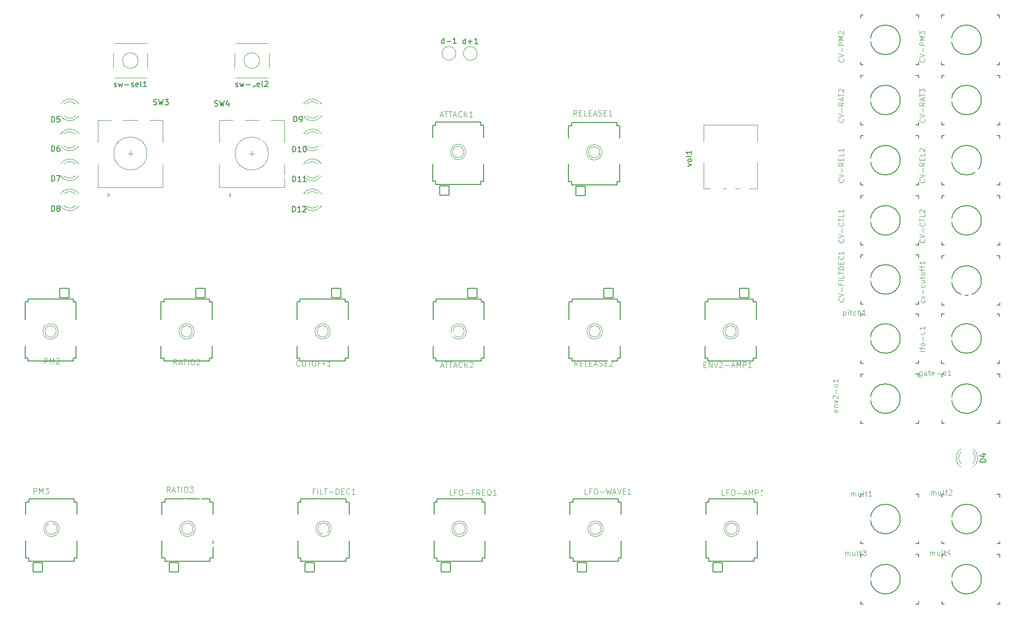
<source format=gbr>
%TF.GenerationSoftware,KiCad,Pcbnew,(6.0.10)*%
%TF.CreationDate,2023-02-06T20:53:37+00:00*%
%TF.ProjectId,fjol-desktop,666a6f6c-2d64-4657-936b-746f702e6b69,rev?*%
%TF.SameCoordinates,Original*%
%TF.FileFunction,Legend,Top*%
%TF.FilePolarity,Positive*%
%FSLAX46Y46*%
G04 Gerber Fmt 4.6, Leading zero omitted, Abs format (unit mm)*
G04 Created by KiCad (PCBNEW (6.0.10)) date 2023-02-06 20:53:37*
%MOMM*%
%LPD*%
G01*
G04 APERTURE LIST*
G04 Aperture macros list*
%AMRoundRect*
0 Rectangle with rounded corners*
0 $1 Rounding radius*
0 $2 $3 $4 $5 $6 $7 $8 $9 X,Y pos of 4 corners*
0 Add a 4 corners polygon primitive as box body*
4,1,4,$2,$3,$4,$5,$6,$7,$8,$9,$2,$3,0*
0 Add four circle primitives for the rounded corners*
1,1,$1+$1,$2,$3*
1,1,$1+$1,$4,$5*
1,1,$1+$1,$6,$7*
1,1,$1+$1,$8,$9*
0 Add four rect primitives between the rounded corners*
20,1,$1+$1,$2,$3,$4,$5,0*
20,1,$1+$1,$4,$5,$6,$7,0*
20,1,$1+$1,$6,$7,$8,$9,0*
20,1,$1+$1,$8,$9,$2,$3,0*%
G04 Aperture macros list end*
%ADD10C,0.077216*%
%ADD11C,0.081076*%
%ADD12C,0.150000*%
%ADD13C,0.127000*%
%ADD14C,0.203200*%
%ADD15C,0.050800*%
%ADD16C,0.120000*%
%ADD17C,1.853200*%
%ADD18RoundRect,0.101600X-0.825000X0.825000X-0.825000X-0.825000X0.825000X-0.825000X0.825000X0.825000X0*%
%ADD19C,2.997200*%
%ADD20R,1.800000X1.800000*%
%ADD21C,1.800000*%
%ADD22C,1.700000*%
%ADD23O,2.720000X3.240000*%
%ADD24R,2.000000X2.000000*%
%ADD25C,2.000000*%
%ADD26R,2.000000X3.200000*%
%ADD27RoundRect,0.101600X0.825000X-0.825000X0.825000X0.825000X-0.825000X0.825000X-0.825000X-0.825000X0*%
%ADD28C,2.200000*%
%ADD29R,1.600000X1.500000*%
%ADD30C,1.600000*%
%ADD31C,3.000000*%
%ADD32O,1.050000X1.900000*%
%ADD33R,1.700000X1.700000*%
%ADD34C,0.800000*%
G04 APERTURE END LIST*
D10*
%TO.C,CV-PM3*%
X253880965Y-52650533D02*
X253926927Y-52696495D01*
X253972889Y-52834380D01*
X253972889Y-52926304D01*
X253926927Y-53064190D01*
X253835003Y-53156114D01*
X253743079Y-53202076D01*
X253559231Y-53248037D01*
X253421346Y-53248037D01*
X253237498Y-53202076D01*
X253145574Y-53156114D01*
X253053651Y-53064190D01*
X253007689Y-52926304D01*
X253007689Y-52834380D01*
X253053651Y-52696495D01*
X253099612Y-52650533D01*
X253007689Y-52374761D02*
X253972889Y-52053028D01*
X253007689Y-51731295D01*
X253605193Y-51409561D02*
X253605193Y-50674171D01*
X253972889Y-50214552D02*
X253007689Y-50214552D01*
X253007689Y-49846857D01*
X253053651Y-49754933D01*
X253099612Y-49708971D01*
X253191536Y-49663009D01*
X253329422Y-49663009D01*
X253421346Y-49708971D01*
X253467308Y-49754933D01*
X253513270Y-49846857D01*
X253513270Y-50214552D01*
X253972889Y-49249352D02*
X253007689Y-49249352D01*
X253697117Y-48927618D01*
X253007689Y-48605885D01*
X253972889Y-48605885D01*
X253007689Y-48238190D02*
X253007689Y-47640685D01*
X253375384Y-47962418D01*
X253375384Y-47824533D01*
X253421346Y-47732609D01*
X253467308Y-47686647D01*
X253559231Y-47640685D01*
X253789041Y-47640685D01*
X253880965Y-47686647D01*
X253926927Y-47732609D01*
X253972889Y-47824533D01*
X253972889Y-48100304D01*
X253926927Y-48192228D01*
X253880965Y-48238190D01*
%TO.C,CV-CTL2*%
X253893714Y-85462017D02*
X253939676Y-85507979D01*
X253985638Y-85645864D01*
X253985638Y-85737788D01*
X253939676Y-85875674D01*
X253847752Y-85967598D01*
X253755828Y-86013560D01*
X253571980Y-86059521D01*
X253434095Y-86059521D01*
X253250247Y-86013560D01*
X253158323Y-85967598D01*
X253066400Y-85875674D01*
X253020438Y-85737788D01*
X253020438Y-85645864D01*
X253066400Y-85507979D01*
X253112361Y-85462017D01*
X253020438Y-85186245D02*
X253985638Y-84864512D01*
X253020438Y-84542779D01*
X253617942Y-84221045D02*
X253617942Y-83485655D01*
X253893714Y-82474493D02*
X253939676Y-82520455D01*
X253985638Y-82658341D01*
X253985638Y-82750264D01*
X253939676Y-82888150D01*
X253847752Y-82980074D01*
X253755828Y-83026036D01*
X253571980Y-83071998D01*
X253434095Y-83071998D01*
X253250247Y-83026036D01*
X253158323Y-82980074D01*
X253066400Y-82888150D01*
X253020438Y-82750264D01*
X253020438Y-82658341D01*
X253066400Y-82520455D01*
X253112361Y-82474493D01*
X253020438Y-82198721D02*
X253020438Y-81647179D01*
X253985638Y-81922950D02*
X253020438Y-81922950D01*
X253985638Y-80865826D02*
X253985638Y-81325445D01*
X253020438Y-81325445D01*
X253112361Y-80590055D02*
X253066400Y-80544093D01*
X253020438Y-80452169D01*
X253020438Y-80222360D01*
X253066400Y-80130436D01*
X253112361Y-80084474D01*
X253204285Y-80038512D01*
X253296209Y-80038512D01*
X253434095Y-80084474D01*
X253985638Y-80636017D01*
X253985638Y-80038512D01*
%TO.C,mult1*%
X240580298Y-132163916D02*
X240580298Y-131520449D01*
X240580298Y-131612373D02*
X240626260Y-131566411D01*
X240718184Y-131520449D01*
X240856070Y-131520449D01*
X240947993Y-131566411D01*
X240993955Y-131658335D01*
X240993955Y-132163916D01*
X240993955Y-131658335D02*
X241039917Y-131566411D01*
X241131841Y-131520449D01*
X241269727Y-131520449D01*
X241361651Y-131566411D01*
X241407612Y-131658335D01*
X241407612Y-132163916D01*
X242280889Y-131520449D02*
X242280889Y-132163916D01*
X241867232Y-131520449D02*
X241867232Y-132026030D01*
X241913193Y-132117954D01*
X242005117Y-132163916D01*
X242143003Y-132163916D01*
X242234927Y-132117954D01*
X242280889Y-132071992D01*
X242878393Y-132163916D02*
X242786470Y-132117954D01*
X242740508Y-132026030D01*
X242740508Y-131198716D01*
X243108203Y-131520449D02*
X243475898Y-131520449D01*
X243246089Y-131198716D02*
X243246089Y-132026030D01*
X243292051Y-132117954D01*
X243383974Y-132163916D01*
X243475898Y-132163916D01*
X244303212Y-132163916D02*
X243751670Y-132163916D01*
X244027441Y-132163916D02*
X244027441Y-131198716D01*
X243935517Y-131336601D01*
X243843593Y-131428525D01*
X243751670Y-131474487D01*
D11*
%TO.C,FILT-DEC1*%
X143190159Y-131237680D02*
X142852339Y-131237680D01*
X142852339Y-131768540D02*
X142852339Y-130755080D01*
X143334939Y-130755080D01*
X143721019Y-131768540D02*
X143721019Y-130755080D01*
X144686219Y-131768540D02*
X144203619Y-131768540D01*
X144203619Y-130755080D01*
X144879259Y-130755080D02*
X145458379Y-130755080D01*
X145168819Y-131768540D02*
X145168819Y-130755080D01*
X145796199Y-131382460D02*
X146568359Y-131382460D01*
X147050959Y-131768540D02*
X147050959Y-130755080D01*
X147292259Y-130755080D01*
X147437039Y-130803340D01*
X147533559Y-130899860D01*
X147581819Y-130996380D01*
X147630079Y-131189420D01*
X147630079Y-131334200D01*
X147581819Y-131527240D01*
X147533559Y-131623760D01*
X147437039Y-131720280D01*
X147292259Y-131768540D01*
X147050959Y-131768540D01*
X148064419Y-131237680D02*
X148402239Y-131237680D01*
X148547019Y-131768540D02*
X148064419Y-131768540D01*
X148064419Y-130755080D01*
X148547019Y-130755080D01*
X149560479Y-131672020D02*
X149512219Y-131720280D01*
X149367439Y-131768540D01*
X149270919Y-131768540D01*
X149126139Y-131720280D01*
X149029619Y-131623760D01*
X148981359Y-131527240D01*
X148933099Y-131334200D01*
X148933099Y-131189420D01*
X148981359Y-130996380D01*
X149029619Y-130899860D01*
X149126139Y-130803340D01*
X149270919Y-130755080D01*
X149367439Y-130755080D01*
X149512219Y-130803340D01*
X149560479Y-130851600D01*
X150525679Y-131768540D02*
X149946559Y-131768540D01*
X150236119Y-131768540D02*
X150236119Y-130755080D01*
X150139599Y-130899860D01*
X150043079Y-130996380D01*
X149946559Y-131044640D01*
%TO.C,PM3*%
X92177999Y-131705040D02*
X92177999Y-130691580D01*
X92564079Y-130691580D01*
X92660599Y-130739840D01*
X92708859Y-130788100D01*
X92757119Y-130884620D01*
X92757119Y-131029400D01*
X92708859Y-131125920D01*
X92660599Y-131174180D01*
X92564079Y-131222440D01*
X92177999Y-131222440D01*
X93191459Y-131705040D02*
X93191459Y-130691580D01*
X93529279Y-131415480D01*
X93867099Y-130691580D01*
X93867099Y-131705040D01*
X94253179Y-130691580D02*
X94880559Y-130691580D01*
X94542739Y-131077660D01*
X94687519Y-131077660D01*
X94784039Y-131125920D01*
X94832299Y-131174180D01*
X94880559Y-131270700D01*
X94880559Y-131512000D01*
X94832299Y-131608520D01*
X94784039Y-131656780D01*
X94687519Y-131705040D01*
X94397959Y-131705040D01*
X94301439Y-131656780D01*
X94253179Y-131608520D01*
D10*
%TO.C,mult4*%
X254930298Y-142902476D02*
X254930298Y-142259009D01*
X254930298Y-142350933D02*
X254976260Y-142304971D01*
X255068184Y-142259009D01*
X255206070Y-142259009D01*
X255297993Y-142304971D01*
X255343955Y-142396895D01*
X255343955Y-142902476D01*
X255343955Y-142396895D02*
X255389917Y-142304971D01*
X255481841Y-142259009D01*
X255619727Y-142259009D01*
X255711651Y-142304971D01*
X255757612Y-142396895D01*
X255757612Y-142902476D01*
X256630889Y-142259009D02*
X256630889Y-142902476D01*
X256217232Y-142259009D02*
X256217232Y-142764590D01*
X256263193Y-142856514D01*
X256355117Y-142902476D01*
X256493003Y-142902476D01*
X256584927Y-142856514D01*
X256630889Y-142810552D01*
X257228393Y-142902476D02*
X257136470Y-142856514D01*
X257090508Y-142764590D01*
X257090508Y-141937276D01*
X257458203Y-142259009D02*
X257825898Y-142259009D01*
X257596089Y-141937276D02*
X257596089Y-142764590D01*
X257642051Y-142856514D01*
X257733974Y-142902476D01*
X257825898Y-142902476D01*
X258561289Y-142259009D02*
X258561289Y-142902476D01*
X258331479Y-141891314D02*
X258101670Y-142580742D01*
X258699174Y-142580742D01*
%TO.C,pitch1*%
X239162603Y-98585365D02*
X239162603Y-99550565D01*
X239162603Y-98631327D02*
X239254527Y-98585365D01*
X239438374Y-98585365D01*
X239530298Y-98631327D01*
X239576260Y-98677289D01*
X239622222Y-98769213D01*
X239622222Y-99044984D01*
X239576260Y-99136908D01*
X239530298Y-99182870D01*
X239438374Y-99228832D01*
X239254527Y-99228832D01*
X239162603Y-99182870D01*
X240035879Y-99228832D02*
X240035879Y-98585365D01*
X240035879Y-98263632D02*
X239989917Y-98309594D01*
X240035879Y-98355555D01*
X240081841Y-98309594D01*
X240035879Y-98263632D01*
X240035879Y-98355555D01*
X240357612Y-98585365D02*
X240725308Y-98585365D01*
X240495498Y-98263632D02*
X240495498Y-99090946D01*
X240541460Y-99182870D01*
X240633384Y-99228832D01*
X240725308Y-99228832D01*
X241460698Y-99182870D02*
X241368774Y-99228832D01*
X241184927Y-99228832D01*
X241093003Y-99182870D01*
X241047041Y-99136908D01*
X241001079Y-99044984D01*
X241001079Y-98769213D01*
X241047041Y-98677289D01*
X241093003Y-98631327D01*
X241184927Y-98585365D01*
X241368774Y-98585365D01*
X241460698Y-98631327D01*
X241874355Y-99228832D02*
X241874355Y-98263632D01*
X242288012Y-99228832D02*
X242288012Y-98723251D01*
X242242051Y-98631327D01*
X242150127Y-98585365D01*
X242012241Y-98585365D01*
X241920317Y-98631327D01*
X241874355Y-98677289D01*
X243253212Y-99228832D02*
X242701670Y-99228832D01*
X242977441Y-99228832D02*
X242977441Y-98263632D01*
X242885517Y-98401517D01*
X242793593Y-98493441D01*
X242701670Y-98539403D01*
D12*
%TO.C,D11*%
X139189614Y-74977780D02*
X139189614Y-73977780D01*
X139427709Y-73977780D01*
X139570566Y-74025400D01*
X139665804Y-74120638D01*
X139713423Y-74215876D01*
X139761042Y-74406352D01*
X139761042Y-74549209D01*
X139713423Y-74739685D01*
X139665804Y-74834923D01*
X139570566Y-74930161D01*
X139427709Y-74977780D01*
X139189614Y-74977780D01*
X140713423Y-74977780D02*
X140141995Y-74977780D01*
X140427709Y-74977780D02*
X140427709Y-73977780D01*
X140332471Y-74120638D01*
X140237233Y-74215876D01*
X140141995Y-74263495D01*
X141665804Y-74977780D02*
X141094376Y-74977780D01*
X141380090Y-74977780D02*
X141380090Y-73977780D01*
X141284852Y-74120638D01*
X141189614Y-74215876D01*
X141094376Y-74263495D01*
%TO.C,D9*%
X139411804Y-64106580D02*
X139411804Y-63106580D01*
X139649900Y-63106580D01*
X139792757Y-63154200D01*
X139887995Y-63249438D01*
X139935614Y-63344676D01*
X139983233Y-63535152D01*
X139983233Y-63678009D01*
X139935614Y-63868485D01*
X139887995Y-63963723D01*
X139792757Y-64058961D01*
X139649900Y-64106580D01*
X139411804Y-64106580D01*
X140459423Y-64106580D02*
X140649900Y-64106580D01*
X140745138Y-64058961D01*
X140792757Y-64011342D01*
X140887995Y-63868485D01*
X140935614Y-63678009D01*
X140935614Y-63297057D01*
X140887995Y-63201819D01*
X140840376Y-63154200D01*
X140745138Y-63106580D01*
X140554661Y-63106580D01*
X140459423Y-63154200D01*
X140411804Y-63201819D01*
X140364185Y-63297057D01*
X140364185Y-63535152D01*
X140411804Y-63630390D01*
X140459423Y-63678009D01*
X140554661Y-63725628D01*
X140745138Y-63725628D01*
X140840376Y-63678009D01*
X140887995Y-63630390D01*
X140935614Y-63535152D01*
%TO.C,D10*%
X139189614Y-69542180D02*
X139189614Y-68542180D01*
X139427709Y-68542180D01*
X139570566Y-68589800D01*
X139665804Y-68685038D01*
X139713423Y-68780276D01*
X139761042Y-68970752D01*
X139761042Y-69113609D01*
X139713423Y-69304085D01*
X139665804Y-69399323D01*
X139570566Y-69494561D01*
X139427709Y-69542180D01*
X139189614Y-69542180D01*
X140713423Y-69542180D02*
X140141995Y-69542180D01*
X140427709Y-69542180D02*
X140427709Y-68542180D01*
X140332471Y-68685038D01*
X140237233Y-68780276D01*
X140141995Y-68827895D01*
X141332471Y-68542180D02*
X141427709Y-68542180D01*
X141522947Y-68589800D01*
X141570566Y-68637419D01*
X141618185Y-68732657D01*
X141665804Y-68923133D01*
X141665804Y-69161228D01*
X141618185Y-69351704D01*
X141570566Y-69446942D01*
X141522947Y-69494561D01*
X141427709Y-69542180D01*
X141332471Y-69542180D01*
X141237233Y-69494561D01*
X141189614Y-69446942D01*
X141141995Y-69351704D01*
X141094376Y-69161228D01*
X141094376Y-68923133D01*
X141141995Y-68732657D01*
X141189614Y-68637419D01*
X141237233Y-68589800D01*
X141332471Y-68542180D01*
D11*
%TO.C,LFO-AMP1*%
X217621951Y-132007540D02*
X217139351Y-132007540D01*
X217139351Y-130994080D01*
X218297591Y-131476680D02*
X217959771Y-131476680D01*
X217959771Y-132007540D02*
X217959771Y-130994080D01*
X218442371Y-130994080D01*
X219021491Y-130994080D02*
X219214531Y-130994080D01*
X219311051Y-131042340D01*
X219407571Y-131138860D01*
X219455831Y-131331900D01*
X219455831Y-131669720D01*
X219407571Y-131862760D01*
X219311051Y-131959280D01*
X219214531Y-132007540D01*
X219021491Y-132007540D01*
X218924971Y-131959280D01*
X218828451Y-131862760D01*
X218780191Y-131669720D01*
X218780191Y-131331900D01*
X218828451Y-131138860D01*
X218924971Y-131042340D01*
X219021491Y-130994080D01*
X219890171Y-131621460D02*
X220662331Y-131621460D01*
X221096671Y-131717980D02*
X221579271Y-131717980D01*
X221000151Y-132007540D02*
X221337971Y-130994080D01*
X221675791Y-132007540D01*
X222013611Y-132007540D02*
X222013611Y-130994080D01*
X222351431Y-131717980D01*
X222689251Y-130994080D01*
X222689251Y-132007540D01*
X223171851Y-132007540D02*
X223171851Y-130994080D01*
X223557931Y-130994080D01*
X223654451Y-131042340D01*
X223702711Y-131090600D01*
X223750971Y-131187120D01*
X223750971Y-131331900D01*
X223702711Y-131428420D01*
X223654451Y-131476680D01*
X223557931Y-131524940D01*
X223171851Y-131524940D01*
X224716171Y-132007540D02*
X224137051Y-132007540D01*
X224426611Y-132007540D02*
X224426611Y-130994080D01*
X224330091Y-131138860D01*
X224233571Y-131235380D01*
X224137051Y-131283640D01*
D12*
%TO.C,sw-sel1*%
X106801461Y-57679761D02*
X106896699Y-57727380D01*
X107087175Y-57727380D01*
X107182413Y-57679761D01*
X107230033Y-57584523D01*
X107230033Y-57536904D01*
X107182413Y-57441666D01*
X107087175Y-57394047D01*
X106944318Y-57394047D01*
X106849080Y-57346428D01*
X106801461Y-57251190D01*
X106801461Y-57203571D01*
X106849080Y-57108333D01*
X106944318Y-57060714D01*
X107087175Y-57060714D01*
X107182413Y-57108333D01*
X107563366Y-57060714D02*
X107753842Y-57727380D01*
X107944318Y-57251190D01*
X108134794Y-57727380D01*
X108325271Y-57060714D01*
X108706223Y-57346428D02*
X109468128Y-57346428D01*
X109896699Y-57679761D02*
X109991937Y-57727380D01*
X110182413Y-57727380D01*
X110277652Y-57679761D01*
X110325271Y-57584523D01*
X110325271Y-57536904D01*
X110277652Y-57441666D01*
X110182413Y-57394047D01*
X110039556Y-57394047D01*
X109944318Y-57346428D01*
X109896699Y-57251190D01*
X109896699Y-57203571D01*
X109944318Y-57108333D01*
X110039556Y-57060714D01*
X110182413Y-57060714D01*
X110277652Y-57108333D01*
X111134794Y-57679761D02*
X111039556Y-57727380D01*
X110849080Y-57727380D01*
X110753842Y-57679761D01*
X110706223Y-57584523D01*
X110706223Y-57203571D01*
X110753842Y-57108333D01*
X110849080Y-57060714D01*
X111039556Y-57060714D01*
X111134794Y-57108333D01*
X111182413Y-57203571D01*
X111182413Y-57298809D01*
X110706223Y-57394047D01*
X111753842Y-57727380D02*
X111658604Y-57679761D01*
X111610985Y-57584523D01*
X111610985Y-56727380D01*
X112658604Y-57727380D02*
X112087175Y-57727380D01*
X112372890Y-57727380D02*
X112372890Y-56727380D01*
X112277652Y-56870238D01*
X112182413Y-56965476D01*
X112087175Y-57013095D01*
D10*
%TO.C,CV-CTL1*%
X239161714Y-85462017D02*
X239207676Y-85507979D01*
X239253638Y-85645864D01*
X239253638Y-85737788D01*
X239207676Y-85875674D01*
X239115752Y-85967598D01*
X239023828Y-86013560D01*
X238839980Y-86059521D01*
X238702095Y-86059521D01*
X238518247Y-86013560D01*
X238426323Y-85967598D01*
X238334400Y-85875674D01*
X238288438Y-85737788D01*
X238288438Y-85645864D01*
X238334400Y-85507979D01*
X238380361Y-85462017D01*
X238288438Y-85186245D02*
X239253638Y-84864512D01*
X238288438Y-84542779D01*
X238885942Y-84221045D02*
X238885942Y-83485655D01*
X239161714Y-82474493D02*
X239207676Y-82520455D01*
X239253638Y-82658341D01*
X239253638Y-82750264D01*
X239207676Y-82888150D01*
X239115752Y-82980074D01*
X239023828Y-83026036D01*
X238839980Y-83071998D01*
X238702095Y-83071998D01*
X238518247Y-83026036D01*
X238426323Y-82980074D01*
X238334400Y-82888150D01*
X238288438Y-82750264D01*
X238288438Y-82658341D01*
X238334400Y-82520455D01*
X238380361Y-82474493D01*
X238288438Y-82198721D02*
X238288438Y-81647179D01*
X239253638Y-81922950D02*
X238288438Y-81922950D01*
X239253638Y-80865826D02*
X239253638Y-81325445D01*
X238288438Y-81325445D01*
X239253638Y-80038512D02*
X239253638Y-80590055D01*
X239253638Y-80314283D02*
X238288438Y-80314283D01*
X238426323Y-80406207D01*
X238518247Y-80498131D01*
X238564209Y-80590055D01*
D12*
%TO.C,vol1*%
X210950714Y-72197571D02*
X211617380Y-71959476D01*
X210950714Y-71721380D01*
X211617380Y-71197571D02*
X211569761Y-71292809D01*
X211522142Y-71340428D01*
X211426904Y-71388047D01*
X211141190Y-71388047D01*
X211045952Y-71340428D01*
X210998333Y-71292809D01*
X210950714Y-71197571D01*
X210950714Y-71054714D01*
X210998333Y-70959476D01*
X211045952Y-70911857D01*
X211141190Y-70864238D01*
X211426904Y-70864238D01*
X211522142Y-70911857D01*
X211569761Y-70959476D01*
X211617380Y-71054714D01*
X211617380Y-71197571D01*
X211617380Y-70292809D02*
X211569761Y-70388047D01*
X211474523Y-70435666D01*
X210617380Y-70435666D01*
X211617380Y-69388047D02*
X211617380Y-69959476D01*
X211617380Y-69673761D02*
X210617380Y-69673761D01*
X210760238Y-69769000D01*
X210855476Y-69864238D01*
X210903095Y-69959476D01*
D11*
%TO.C,RELEASE1*%
X190801291Y-63012740D02*
X190463471Y-62530140D01*
X190222171Y-63012740D02*
X190222171Y-61999280D01*
X190608251Y-61999280D01*
X190704771Y-62047540D01*
X190753031Y-62095800D01*
X190801291Y-62192320D01*
X190801291Y-62337100D01*
X190753031Y-62433620D01*
X190704771Y-62481880D01*
X190608251Y-62530140D01*
X190222171Y-62530140D01*
X191235631Y-62481880D02*
X191573451Y-62481880D01*
X191718231Y-63012740D02*
X191235631Y-63012740D01*
X191235631Y-61999280D01*
X191718231Y-61999280D01*
X192635171Y-63012740D02*
X192152571Y-63012740D01*
X192152571Y-61999280D01*
X192972991Y-62481880D02*
X193310811Y-62481880D01*
X193455591Y-63012740D02*
X192972991Y-63012740D01*
X192972991Y-61999280D01*
X193455591Y-61999280D01*
X193841671Y-62723180D02*
X194324271Y-62723180D01*
X193745151Y-63012740D02*
X194082971Y-61999280D01*
X194420791Y-63012740D01*
X194710351Y-62964480D02*
X194855131Y-63012740D01*
X195096431Y-63012740D01*
X195192951Y-62964480D01*
X195241211Y-62916220D01*
X195289471Y-62819700D01*
X195289471Y-62723180D01*
X195241211Y-62626660D01*
X195192951Y-62578400D01*
X195096431Y-62530140D01*
X194903391Y-62481880D01*
X194806871Y-62433620D01*
X194758611Y-62385360D01*
X194710351Y-62288840D01*
X194710351Y-62192320D01*
X194758611Y-62095800D01*
X194806871Y-62047540D01*
X194903391Y-61999280D01*
X195144691Y-61999280D01*
X195289471Y-62047540D01*
X195723811Y-62481880D02*
X196061631Y-62481880D01*
X196206411Y-63012740D02*
X195723811Y-63012740D01*
X195723811Y-61999280D01*
X196206411Y-61999280D01*
X197171611Y-63012740D02*
X196592491Y-63012740D01*
X196882051Y-63012740D02*
X196882051Y-61999280D01*
X196785531Y-62144060D01*
X196689011Y-62240580D01*
X196592491Y-62288840D01*
D12*
%TO.C,SW4*%
X125029166Y-61204761D02*
X125172023Y-61252380D01*
X125410119Y-61252380D01*
X125505357Y-61204761D01*
X125552976Y-61157142D01*
X125600595Y-61061904D01*
X125600595Y-60966666D01*
X125552976Y-60871428D01*
X125505357Y-60823809D01*
X125410119Y-60776190D01*
X125219642Y-60728571D01*
X125124404Y-60680952D01*
X125076785Y-60633333D01*
X125029166Y-60538095D01*
X125029166Y-60442857D01*
X125076785Y-60347619D01*
X125124404Y-60300000D01*
X125219642Y-60252380D01*
X125457738Y-60252380D01*
X125600595Y-60300000D01*
X125933928Y-60252380D02*
X126172023Y-61252380D01*
X126362500Y-60538095D01*
X126552976Y-61252380D01*
X126791071Y-60252380D01*
X127600595Y-60585714D02*
X127600595Y-61252380D01*
X127362500Y-60204761D02*
X127124404Y-60919047D01*
X127743452Y-60919047D01*
%TO.C,D12*%
X139138814Y-80464180D02*
X139138814Y-79464180D01*
X139376909Y-79464180D01*
X139519766Y-79511800D01*
X139615004Y-79607038D01*
X139662623Y-79702276D01*
X139710242Y-79892752D01*
X139710242Y-80035609D01*
X139662623Y-80226085D01*
X139615004Y-80321323D01*
X139519766Y-80416561D01*
X139376909Y-80464180D01*
X139138814Y-80464180D01*
X140662623Y-80464180D02*
X140091195Y-80464180D01*
X140376909Y-80464180D02*
X140376909Y-79464180D01*
X140281671Y-79607038D01*
X140186433Y-79702276D01*
X140091195Y-79749895D01*
X141043576Y-79559419D02*
X141091195Y-79511800D01*
X141186433Y-79464180D01*
X141424528Y-79464180D01*
X141519766Y-79511800D01*
X141567385Y-79559419D01*
X141615004Y-79654657D01*
X141615004Y-79749895D01*
X141567385Y-79892752D01*
X140995957Y-80464180D01*
X141615004Y-80464180D01*
D11*
%TO.C,ATTACK2*%
X166054698Y-108464480D02*
X166537298Y-108464480D01*
X165958178Y-108754040D02*
X166295998Y-107740580D01*
X166633818Y-108754040D01*
X166826858Y-107740580D02*
X167405978Y-107740580D01*
X167116418Y-108754040D02*
X167116418Y-107740580D01*
X167599018Y-107740580D02*
X168178138Y-107740580D01*
X167888578Y-108754040D02*
X167888578Y-107740580D01*
X168467698Y-108464480D02*
X168950298Y-108464480D01*
X168371178Y-108754040D02*
X168708998Y-107740580D01*
X169046818Y-108754040D01*
X169963758Y-108657520D02*
X169915498Y-108705780D01*
X169770718Y-108754040D01*
X169674198Y-108754040D01*
X169529418Y-108705780D01*
X169432898Y-108609260D01*
X169384638Y-108512740D01*
X169336378Y-108319700D01*
X169336378Y-108174920D01*
X169384638Y-107981880D01*
X169432898Y-107885360D01*
X169529418Y-107788840D01*
X169674198Y-107740580D01*
X169770718Y-107740580D01*
X169915498Y-107788840D01*
X169963758Y-107837100D01*
X170398098Y-108754040D02*
X170398098Y-107740580D01*
X170977218Y-108754040D02*
X170542878Y-108174920D01*
X170977218Y-107740580D02*
X170398098Y-108319700D01*
X171363298Y-107837100D02*
X171411558Y-107788840D01*
X171508078Y-107740580D01*
X171749378Y-107740580D01*
X171845898Y-107788840D01*
X171894158Y-107837100D01*
X171942418Y-107933620D01*
X171942418Y-108030140D01*
X171894158Y-108174920D01*
X171315038Y-108754040D01*
X171942418Y-108754040D01*
D12*
%TO.C,d+1*%
X170569047Y-49891380D02*
X170569047Y-48891380D01*
X170569047Y-49843761D02*
X170473809Y-49891380D01*
X170283333Y-49891380D01*
X170188095Y-49843761D01*
X170140476Y-49796142D01*
X170092857Y-49700904D01*
X170092857Y-49415190D01*
X170140476Y-49319952D01*
X170188095Y-49272333D01*
X170283333Y-49224714D01*
X170473809Y-49224714D01*
X170569047Y-49272333D01*
X171045238Y-49510428D02*
X171807142Y-49510428D01*
X171426190Y-49891380D02*
X171426190Y-49129476D01*
X172807142Y-49891380D02*
X172235714Y-49891380D01*
X172521428Y-49891380D02*
X172521428Y-48891380D01*
X172426190Y-49034238D01*
X172330952Y-49129476D01*
X172235714Y-49177095D01*
%TO.C,D4*%
X265032380Y-125945095D02*
X264032380Y-125945095D01*
X264032380Y-125707000D01*
X264080000Y-125564142D01*
X264175238Y-125468904D01*
X264270476Y-125421285D01*
X264460952Y-125373666D01*
X264603809Y-125373666D01*
X264794285Y-125421285D01*
X264889523Y-125468904D01*
X264984761Y-125564142D01*
X265032380Y-125707000D01*
X265032380Y-125945095D01*
X264365714Y-124516523D02*
X265032380Y-124516523D01*
X263984761Y-124754619D02*
X264699047Y-124992714D01*
X264699047Y-124373666D01*
D10*
%TO.C,lfo-o1*%
X253954038Y-105692418D02*
X253908076Y-105784342D01*
X253816152Y-105830304D01*
X252988838Y-105830304D01*
X253310571Y-105462609D02*
X253310571Y-105094914D01*
X253954038Y-105324723D02*
X253126723Y-105324723D01*
X253034800Y-105278761D01*
X252988838Y-105186838D01*
X252988838Y-105094914D01*
X253954038Y-104635295D02*
X253908076Y-104727218D01*
X253862114Y-104773180D01*
X253770190Y-104819142D01*
X253494419Y-104819142D01*
X253402495Y-104773180D01*
X253356533Y-104727218D01*
X253310571Y-104635295D01*
X253310571Y-104497409D01*
X253356533Y-104405485D01*
X253402495Y-104359523D01*
X253494419Y-104313561D01*
X253770190Y-104313561D01*
X253862114Y-104359523D01*
X253908076Y-104405485D01*
X253954038Y-104497409D01*
X253954038Y-104635295D01*
X253586342Y-103899904D02*
X253586342Y-103164514D01*
X253954038Y-102567009D02*
X253908076Y-102658933D01*
X253862114Y-102704895D01*
X253770190Y-102750857D01*
X253494419Y-102750857D01*
X253402495Y-102704895D01*
X253356533Y-102658933D01*
X253310571Y-102567009D01*
X253310571Y-102429123D01*
X253356533Y-102337199D01*
X253402495Y-102291238D01*
X253494419Y-102245276D01*
X253770190Y-102245276D01*
X253862114Y-102291238D01*
X253908076Y-102337199D01*
X253954038Y-102429123D01*
X253954038Y-102567009D01*
X253954038Y-101326038D02*
X253954038Y-101877580D01*
X253954038Y-101601809D02*
X252988838Y-101601809D01*
X253126723Y-101693733D01*
X253218647Y-101785657D01*
X253264609Y-101877580D01*
%TO.C,gate-o1*%
X253417593Y-109567529D02*
X253417593Y-110348881D01*
X253371632Y-110440805D01*
X253325670Y-110486767D01*
X253233746Y-110532729D01*
X253095860Y-110532729D01*
X253003936Y-110486767D01*
X253417593Y-110165034D02*
X253325670Y-110210996D01*
X253141822Y-110210996D01*
X253049898Y-110165034D01*
X253003936Y-110119072D01*
X252957974Y-110027148D01*
X252957974Y-109751377D01*
X253003936Y-109659453D01*
X253049898Y-109613491D01*
X253141822Y-109567529D01*
X253325670Y-109567529D01*
X253417593Y-109613491D01*
X254290870Y-110210996D02*
X254290870Y-109705415D01*
X254244908Y-109613491D01*
X254152984Y-109567529D01*
X253969136Y-109567529D01*
X253877212Y-109613491D01*
X254290870Y-110165034D02*
X254198946Y-110210996D01*
X253969136Y-110210996D01*
X253877212Y-110165034D01*
X253831251Y-110073110D01*
X253831251Y-109981186D01*
X253877212Y-109889262D01*
X253969136Y-109843300D01*
X254198946Y-109843300D01*
X254290870Y-109797338D01*
X254612603Y-109567529D02*
X254980298Y-109567529D01*
X254750489Y-109245796D02*
X254750489Y-110073110D01*
X254796451Y-110165034D01*
X254888374Y-110210996D01*
X254980298Y-110210996D01*
X255669727Y-110165034D02*
X255577803Y-110210996D01*
X255393955Y-110210996D01*
X255302032Y-110165034D01*
X255256070Y-110073110D01*
X255256070Y-109705415D01*
X255302032Y-109613491D01*
X255393955Y-109567529D01*
X255577803Y-109567529D01*
X255669727Y-109613491D01*
X255715689Y-109705415D01*
X255715689Y-109797338D01*
X255256070Y-109889262D01*
X256129346Y-109843300D02*
X256864736Y-109843300D01*
X257462241Y-110210996D02*
X257370317Y-110165034D01*
X257324355Y-110119072D01*
X257278393Y-110027148D01*
X257278393Y-109751377D01*
X257324355Y-109659453D01*
X257370317Y-109613491D01*
X257462241Y-109567529D01*
X257600127Y-109567529D01*
X257692051Y-109613491D01*
X257738012Y-109659453D01*
X257783974Y-109751377D01*
X257783974Y-110027148D01*
X257738012Y-110119072D01*
X257692051Y-110165034D01*
X257600127Y-110210996D01*
X257462241Y-110210996D01*
X258703212Y-110210996D02*
X258151670Y-110210996D01*
X258427441Y-110210996D02*
X258427441Y-109245796D01*
X258335517Y-109383681D01*
X258243593Y-109475605D01*
X258151670Y-109521567D01*
D11*
%TO.C,LFO-FREQ1*%
X168227609Y-132007540D02*
X167745009Y-132007540D01*
X167745009Y-130994080D01*
X168903249Y-131476680D02*
X168565429Y-131476680D01*
X168565429Y-132007540D02*
X168565429Y-130994080D01*
X169048029Y-130994080D01*
X169627149Y-130994080D02*
X169820189Y-130994080D01*
X169916709Y-131042340D01*
X170013229Y-131138860D01*
X170061489Y-131331900D01*
X170061489Y-131669720D01*
X170013229Y-131862760D01*
X169916709Y-131959280D01*
X169820189Y-132007540D01*
X169627149Y-132007540D01*
X169530629Y-131959280D01*
X169434109Y-131862760D01*
X169385849Y-131669720D01*
X169385849Y-131331900D01*
X169434109Y-131138860D01*
X169530629Y-131042340D01*
X169627149Y-130994080D01*
X170495829Y-131621460D02*
X171267989Y-131621460D01*
X172088409Y-131476680D02*
X171750589Y-131476680D01*
X171750589Y-132007540D02*
X171750589Y-130994080D01*
X172233189Y-130994080D01*
X173198389Y-132007540D02*
X172860569Y-131524940D01*
X172619269Y-132007540D02*
X172619269Y-130994080D01*
X173005349Y-130994080D01*
X173101869Y-131042340D01*
X173150129Y-131090600D01*
X173198389Y-131187120D01*
X173198389Y-131331900D01*
X173150129Y-131428420D01*
X173101869Y-131476680D01*
X173005349Y-131524940D01*
X172619269Y-131524940D01*
X173632729Y-131476680D02*
X173970549Y-131476680D01*
X174115329Y-132007540D02*
X173632729Y-132007540D01*
X173632729Y-130994080D01*
X174115329Y-130994080D01*
X175225309Y-132104060D02*
X175128789Y-132055800D01*
X175032269Y-131959280D01*
X174887489Y-131814500D01*
X174790969Y-131766240D01*
X174694449Y-131766240D01*
X174742709Y-132007540D02*
X174646189Y-131959280D01*
X174549669Y-131862760D01*
X174501409Y-131669720D01*
X174501409Y-131331900D01*
X174549669Y-131138860D01*
X174646189Y-131042340D01*
X174742709Y-130994080D01*
X174935749Y-130994080D01*
X175032269Y-131042340D01*
X175128789Y-131138860D01*
X175177049Y-131331900D01*
X175177049Y-131669720D01*
X175128789Y-131862760D01*
X175032269Y-131959280D01*
X174935749Y-132007540D01*
X174742709Y-132007540D01*
X176142249Y-132007540D02*
X175563129Y-132007540D01*
X175852689Y-132007540D02*
X175852689Y-130994080D01*
X175756169Y-131138860D01*
X175659649Y-131235380D01*
X175563129Y-131283640D01*
%TO.C,LFO-WAVE1*%
X192729279Y-131768540D02*
X192246679Y-131768540D01*
X192246679Y-130755080D01*
X193404919Y-131237680D02*
X193067099Y-131237680D01*
X193067099Y-131768540D02*
X193067099Y-130755080D01*
X193549699Y-130755080D01*
X194128819Y-130755080D02*
X194321859Y-130755080D01*
X194418379Y-130803340D01*
X194514899Y-130899860D01*
X194563159Y-131092900D01*
X194563159Y-131430720D01*
X194514899Y-131623760D01*
X194418379Y-131720280D01*
X194321859Y-131768540D01*
X194128819Y-131768540D01*
X194032299Y-131720280D01*
X193935779Y-131623760D01*
X193887519Y-131430720D01*
X193887519Y-131092900D01*
X193935779Y-130899860D01*
X194032299Y-130803340D01*
X194128819Y-130755080D01*
X194997499Y-131382460D02*
X195769659Y-131382460D01*
X196155739Y-130755080D02*
X196397039Y-131768540D01*
X196590079Y-131044640D01*
X196783119Y-131768540D01*
X197024419Y-130755080D01*
X197362239Y-131478980D02*
X197844839Y-131478980D01*
X197265719Y-131768540D02*
X197603539Y-130755080D01*
X197941359Y-131768540D01*
X198134399Y-130755080D02*
X198472219Y-131768540D01*
X198810039Y-130755080D01*
X199147859Y-131237680D02*
X199485679Y-131237680D01*
X199630459Y-131768540D02*
X199147859Y-131768540D01*
X199147859Y-130755080D01*
X199630459Y-130755080D01*
X200595659Y-131768540D02*
X200016539Y-131768540D01*
X200306099Y-131768540D02*
X200306099Y-130755080D01*
X200209579Y-130899860D01*
X200113059Y-130996380D01*
X200016539Y-131044640D01*
D10*
%TO.C,CV-FILTDEC1*%
X239161714Y-96199515D02*
X239207676Y-96245477D01*
X239253638Y-96383362D01*
X239253638Y-96475286D01*
X239207676Y-96613172D01*
X239115752Y-96705096D01*
X239023828Y-96751058D01*
X238839980Y-96797019D01*
X238702095Y-96797019D01*
X238518247Y-96751058D01*
X238426323Y-96705096D01*
X238334400Y-96613172D01*
X238288438Y-96475286D01*
X238288438Y-96383362D01*
X238334400Y-96245477D01*
X238380361Y-96199515D01*
X238288438Y-95923743D02*
X239253638Y-95602010D01*
X238288438Y-95280277D01*
X238885942Y-94958543D02*
X238885942Y-94223153D01*
X238748057Y-93441800D02*
X238748057Y-93763534D01*
X239253638Y-93763534D02*
X238288438Y-93763534D01*
X238288438Y-93303915D01*
X239253638Y-92936219D02*
X238288438Y-92936219D01*
X239253638Y-92016981D02*
X239253638Y-92476600D01*
X238288438Y-92476600D01*
X238288438Y-91833134D02*
X238288438Y-91281591D01*
X239253638Y-91557362D02*
X238288438Y-91557362D01*
X239253638Y-90959858D02*
X238288438Y-90959858D01*
X238288438Y-90730048D01*
X238334400Y-90592162D01*
X238426323Y-90500239D01*
X238518247Y-90454277D01*
X238702095Y-90408315D01*
X238839980Y-90408315D01*
X239023828Y-90454277D01*
X239115752Y-90500239D01*
X239207676Y-90592162D01*
X239253638Y-90730048D01*
X239253638Y-90959858D01*
X238748057Y-89994658D02*
X238748057Y-89672924D01*
X239253638Y-89535039D02*
X239253638Y-89994658D01*
X238288438Y-89994658D01*
X238288438Y-89535039D01*
X239161714Y-88569839D02*
X239207676Y-88615800D01*
X239253638Y-88753686D01*
X239253638Y-88845610D01*
X239207676Y-88983496D01*
X239115752Y-89075419D01*
X239023828Y-89121381D01*
X238839980Y-89167343D01*
X238702095Y-89167343D01*
X238518247Y-89121381D01*
X238426323Y-89075419D01*
X238334400Y-88983496D01*
X238288438Y-88845610D01*
X238288438Y-88753686D01*
X238334400Y-88615800D01*
X238380361Y-88569839D01*
X239253638Y-87650600D02*
X239253638Y-88202143D01*
X239253638Y-87926372D02*
X238288438Y-87926372D01*
X238426323Y-88018296D01*
X238518247Y-88110219D01*
X238564209Y-88202143D01*
D12*
%TO.C,d-1*%
X166682847Y-49865980D02*
X166682847Y-48865980D01*
X166682847Y-49818361D02*
X166587609Y-49865980D01*
X166397133Y-49865980D01*
X166301895Y-49818361D01*
X166254276Y-49770742D01*
X166206657Y-49675504D01*
X166206657Y-49389790D01*
X166254276Y-49294552D01*
X166301895Y-49246933D01*
X166397133Y-49199314D01*
X166587609Y-49199314D01*
X166682847Y-49246933D01*
X167159038Y-49485028D02*
X167920942Y-49485028D01*
X168920942Y-49865980D02*
X168349514Y-49865980D01*
X168635228Y-49865980D02*
X168635228Y-48865980D01*
X168539990Y-49008838D01*
X168444752Y-49104076D01*
X168349514Y-49151695D01*
D10*
%TO.C,mult3*%
X239530298Y-142977476D02*
X239530298Y-142334009D01*
X239530298Y-142425933D02*
X239576260Y-142379971D01*
X239668184Y-142334009D01*
X239806070Y-142334009D01*
X239897993Y-142379971D01*
X239943955Y-142471895D01*
X239943955Y-142977476D01*
X239943955Y-142471895D02*
X239989917Y-142379971D01*
X240081841Y-142334009D01*
X240219727Y-142334009D01*
X240311651Y-142379971D01*
X240357612Y-142471895D01*
X240357612Y-142977476D01*
X241230889Y-142334009D02*
X241230889Y-142977476D01*
X240817232Y-142334009D02*
X240817232Y-142839590D01*
X240863193Y-142931514D01*
X240955117Y-142977476D01*
X241093003Y-142977476D01*
X241184927Y-142931514D01*
X241230889Y-142885552D01*
X241828393Y-142977476D02*
X241736470Y-142931514D01*
X241690508Y-142839590D01*
X241690508Y-142012276D01*
X242058203Y-142334009D02*
X242425898Y-142334009D01*
X242196089Y-142012276D02*
X242196089Y-142839590D01*
X242242051Y-142931514D01*
X242333974Y-142977476D01*
X242425898Y-142977476D01*
X242655708Y-142012276D02*
X243253212Y-142012276D01*
X242931479Y-142379971D01*
X243069365Y-142379971D01*
X243161289Y-142425933D01*
X243207251Y-142471895D01*
X243253212Y-142563818D01*
X243253212Y-142793628D01*
X243207251Y-142885552D01*
X243161289Y-142931514D01*
X243069365Y-142977476D01*
X242793593Y-142977476D01*
X242701670Y-142931514D01*
X242655708Y-142885552D01*
%TO.C,cv-cutoff1*%
X253939676Y-96537062D02*
X253985638Y-96628986D01*
X253985638Y-96812834D01*
X253939676Y-96904758D01*
X253893714Y-96950720D01*
X253801790Y-96996681D01*
X253526019Y-96996681D01*
X253434095Y-96950720D01*
X253388133Y-96904758D01*
X253342171Y-96812834D01*
X253342171Y-96628986D01*
X253388133Y-96537062D01*
X253342171Y-96215329D02*
X253985638Y-95985520D01*
X253342171Y-95755710D01*
X253617942Y-95388015D02*
X253617942Y-94652624D01*
X253939676Y-93779348D02*
X253985638Y-93871272D01*
X253985638Y-94055120D01*
X253939676Y-94147043D01*
X253893714Y-94193005D01*
X253801790Y-94238967D01*
X253526019Y-94238967D01*
X253434095Y-94193005D01*
X253388133Y-94147043D01*
X253342171Y-94055120D01*
X253342171Y-93871272D01*
X253388133Y-93779348D01*
X253342171Y-92952034D02*
X253985638Y-92952034D01*
X253342171Y-93365691D02*
X253847752Y-93365691D01*
X253939676Y-93319729D01*
X253985638Y-93227805D01*
X253985638Y-93089920D01*
X253939676Y-92997996D01*
X253893714Y-92952034D01*
X253342171Y-92630301D02*
X253342171Y-92262605D01*
X253020438Y-92492415D02*
X253847752Y-92492415D01*
X253939676Y-92446453D01*
X253985638Y-92354529D01*
X253985638Y-92262605D01*
X253985638Y-91802986D02*
X253939676Y-91894910D01*
X253893714Y-91940872D01*
X253801790Y-91986834D01*
X253526019Y-91986834D01*
X253434095Y-91940872D01*
X253388133Y-91894910D01*
X253342171Y-91802986D01*
X253342171Y-91665101D01*
X253388133Y-91573177D01*
X253434095Y-91527215D01*
X253526019Y-91481253D01*
X253801790Y-91481253D01*
X253893714Y-91527215D01*
X253939676Y-91573177D01*
X253985638Y-91665101D01*
X253985638Y-91802986D01*
X253342171Y-91205481D02*
X253342171Y-90837786D01*
X253985638Y-91067596D02*
X253158323Y-91067596D01*
X253066400Y-91021634D01*
X253020438Y-90929710D01*
X253020438Y-90837786D01*
X253342171Y-90653939D02*
X253342171Y-90286243D01*
X253985638Y-90516053D02*
X253158323Y-90516053D01*
X253066400Y-90470091D01*
X253020438Y-90378167D01*
X253020438Y-90286243D01*
X253985638Y-89458929D02*
X253985638Y-90010472D01*
X253985638Y-89734701D02*
X253020438Y-89734701D01*
X253158323Y-89826624D01*
X253250247Y-89918548D01*
X253296209Y-90010472D01*
%TO.C,CV-REL1*%
X239161714Y-74524857D02*
X239207676Y-74570819D01*
X239253638Y-74708704D01*
X239253638Y-74800628D01*
X239207676Y-74938514D01*
X239115752Y-75030438D01*
X239023828Y-75076400D01*
X238839980Y-75122361D01*
X238702095Y-75122361D01*
X238518247Y-75076400D01*
X238426323Y-75030438D01*
X238334400Y-74938514D01*
X238288438Y-74800628D01*
X238288438Y-74708704D01*
X238334400Y-74570819D01*
X238380361Y-74524857D01*
X238288438Y-74249085D02*
X239253638Y-73927352D01*
X238288438Y-73605619D01*
X238885942Y-73283885D02*
X238885942Y-72548495D01*
X239253638Y-71537333D02*
X238794019Y-71859066D01*
X239253638Y-72088876D02*
X238288438Y-72088876D01*
X238288438Y-71721181D01*
X238334400Y-71629257D01*
X238380361Y-71583295D01*
X238472285Y-71537333D01*
X238610171Y-71537333D01*
X238702095Y-71583295D01*
X238748057Y-71629257D01*
X238794019Y-71721181D01*
X238794019Y-72088876D01*
X238748057Y-71123676D02*
X238748057Y-70801942D01*
X239253638Y-70664057D02*
X239253638Y-71123676D01*
X238288438Y-71123676D01*
X238288438Y-70664057D01*
X239253638Y-69790781D02*
X239253638Y-70250400D01*
X238288438Y-70250400D01*
X239253638Y-68963466D02*
X239253638Y-69515009D01*
X239253638Y-69239238D02*
X238288438Y-69239238D01*
X238426323Y-69331161D01*
X238518247Y-69423085D01*
X238564209Y-69515009D01*
D12*
%TO.C,D7*%
X95419004Y-74876180D02*
X95419004Y-73876180D01*
X95657100Y-73876180D01*
X95799957Y-73923800D01*
X95895195Y-74019038D01*
X95942814Y-74114276D01*
X95990433Y-74304752D01*
X95990433Y-74447609D01*
X95942814Y-74638085D01*
X95895195Y-74733323D01*
X95799957Y-74828561D01*
X95657100Y-74876180D01*
X95419004Y-74876180D01*
X96323766Y-73876180D02*
X96990433Y-73876180D01*
X96561861Y-74876180D01*
D10*
%TO.C,env2-o1*%
X238160076Y-116461468D02*
X238206038Y-116553392D01*
X238206038Y-116737240D01*
X238160076Y-116829164D01*
X238068152Y-116875125D01*
X237700457Y-116875125D01*
X237608533Y-116829164D01*
X237562571Y-116737240D01*
X237562571Y-116553392D01*
X237608533Y-116461468D01*
X237700457Y-116415506D01*
X237792380Y-116415506D01*
X237884304Y-116875125D01*
X237562571Y-116001849D02*
X238206038Y-116001849D01*
X237654495Y-116001849D02*
X237608533Y-115955887D01*
X237562571Y-115863964D01*
X237562571Y-115726078D01*
X237608533Y-115634154D01*
X237700457Y-115588192D01*
X238206038Y-115588192D01*
X237562571Y-115220497D02*
X238206038Y-114990687D01*
X237562571Y-114760878D01*
X237332761Y-114439145D02*
X237286800Y-114393183D01*
X237240838Y-114301259D01*
X237240838Y-114071449D01*
X237286800Y-113979525D01*
X237332761Y-113933564D01*
X237424685Y-113887602D01*
X237516609Y-113887602D01*
X237654495Y-113933564D01*
X238206038Y-114485106D01*
X238206038Y-113887602D01*
X237838342Y-113473945D02*
X237838342Y-112738554D01*
X238206038Y-112141049D02*
X238160076Y-112232973D01*
X238114114Y-112278935D01*
X238022190Y-112324897D01*
X237746419Y-112324897D01*
X237654495Y-112278935D01*
X237608533Y-112232973D01*
X237562571Y-112141049D01*
X237562571Y-112003164D01*
X237608533Y-111911240D01*
X237654495Y-111865278D01*
X237746419Y-111819316D01*
X238022190Y-111819316D01*
X238114114Y-111865278D01*
X238160076Y-111911240D01*
X238206038Y-112003164D01*
X238206038Y-112141049D01*
X238206038Y-110900078D02*
X238206038Y-111451621D01*
X238206038Y-111175849D02*
X237240838Y-111175849D01*
X237378723Y-111267773D01*
X237470647Y-111359697D01*
X237516609Y-111451621D01*
D11*
%TO.C,RATIO2*%
X118159384Y-108261040D02*
X117821564Y-107778440D01*
X117580264Y-108261040D02*
X117580264Y-107247580D01*
X117966344Y-107247580D01*
X118062864Y-107295840D01*
X118111124Y-107344100D01*
X118159384Y-107440620D01*
X118159384Y-107585400D01*
X118111124Y-107681920D01*
X118062864Y-107730180D01*
X117966344Y-107778440D01*
X117580264Y-107778440D01*
X118545464Y-107971480D02*
X119028064Y-107971480D01*
X118448944Y-108261040D02*
X118786764Y-107247580D01*
X119124584Y-108261040D01*
X119317624Y-107247580D02*
X119896744Y-107247580D01*
X119607184Y-108261040D02*
X119607184Y-107247580D01*
X120234564Y-108261040D02*
X120234564Y-107247580D01*
X120910204Y-107247580D02*
X121103244Y-107247580D01*
X121199764Y-107295840D01*
X121296284Y-107392360D01*
X121344544Y-107585400D01*
X121344544Y-107923220D01*
X121296284Y-108116260D01*
X121199764Y-108212780D01*
X121103244Y-108261040D01*
X120910204Y-108261040D01*
X120813684Y-108212780D01*
X120717164Y-108116260D01*
X120668904Y-107923220D01*
X120668904Y-107585400D01*
X120717164Y-107392360D01*
X120813684Y-107295840D01*
X120910204Y-107247580D01*
X121730624Y-107344100D02*
X121778884Y-107295840D01*
X121875404Y-107247580D01*
X122116704Y-107247580D01*
X122213224Y-107295840D01*
X122261484Y-107344100D01*
X122309744Y-107440620D01*
X122309744Y-107537140D01*
X122261484Y-107681920D01*
X121682364Y-108261040D01*
X122309744Y-108261040D01*
D12*
%TO.C,D5*%
X95419004Y-64157380D02*
X95419004Y-63157380D01*
X95657100Y-63157380D01*
X95799957Y-63205000D01*
X95895195Y-63300238D01*
X95942814Y-63395476D01*
X95990433Y-63585952D01*
X95990433Y-63728809D01*
X95942814Y-63919285D01*
X95895195Y-64014523D01*
X95799957Y-64109761D01*
X95657100Y-64157380D01*
X95419004Y-64157380D01*
X96895195Y-63157380D02*
X96419004Y-63157380D01*
X96371385Y-63633571D01*
X96419004Y-63585952D01*
X96514242Y-63538333D01*
X96752338Y-63538333D01*
X96847576Y-63585952D01*
X96895195Y-63633571D01*
X96942814Y-63728809D01*
X96942814Y-63966904D01*
X96895195Y-64062142D01*
X96847576Y-64109761D01*
X96752338Y-64157380D01*
X96514242Y-64157380D01*
X96419004Y-64109761D01*
X96371385Y-64062142D01*
D11*
%TO.C,RELEASE2*%
X190927768Y-108500040D02*
X190589948Y-108017440D01*
X190348648Y-108500040D02*
X190348648Y-107486580D01*
X190734728Y-107486580D01*
X190831248Y-107534840D01*
X190879508Y-107583100D01*
X190927768Y-107679620D01*
X190927768Y-107824400D01*
X190879508Y-107920920D01*
X190831248Y-107969180D01*
X190734728Y-108017440D01*
X190348648Y-108017440D01*
X191362108Y-107969180D02*
X191699928Y-107969180D01*
X191844708Y-108500040D02*
X191362108Y-108500040D01*
X191362108Y-107486580D01*
X191844708Y-107486580D01*
X192761648Y-108500040D02*
X192279048Y-108500040D01*
X192279048Y-107486580D01*
X193099468Y-107969180D02*
X193437288Y-107969180D01*
X193582068Y-108500040D02*
X193099468Y-108500040D01*
X193099468Y-107486580D01*
X193582068Y-107486580D01*
X193968148Y-108210480D02*
X194450748Y-108210480D01*
X193871628Y-108500040D02*
X194209448Y-107486580D01*
X194547268Y-108500040D01*
X194836828Y-108451780D02*
X194981608Y-108500040D01*
X195222908Y-108500040D01*
X195319428Y-108451780D01*
X195367688Y-108403520D01*
X195415948Y-108307000D01*
X195415948Y-108210480D01*
X195367688Y-108113960D01*
X195319428Y-108065700D01*
X195222908Y-108017440D01*
X195029868Y-107969180D01*
X194933348Y-107920920D01*
X194885088Y-107872660D01*
X194836828Y-107776140D01*
X194836828Y-107679620D01*
X194885088Y-107583100D01*
X194933348Y-107534840D01*
X195029868Y-107486580D01*
X195271168Y-107486580D01*
X195415948Y-107534840D01*
X195850288Y-107969180D02*
X196188108Y-107969180D01*
X196332888Y-108500040D02*
X195850288Y-108500040D01*
X195850288Y-107486580D01*
X196332888Y-107486580D01*
X196718968Y-107583100D02*
X196767228Y-107534840D01*
X196863748Y-107486580D01*
X197105048Y-107486580D01*
X197201568Y-107534840D01*
X197249828Y-107583100D01*
X197298088Y-107679620D01*
X197298088Y-107776140D01*
X197249828Y-107920920D01*
X196670708Y-108500040D01*
X197298088Y-108500040D01*
D10*
%TO.C,mult2*%
X255155298Y-131938916D02*
X255155298Y-131295449D01*
X255155298Y-131387373D02*
X255201260Y-131341411D01*
X255293184Y-131295449D01*
X255431070Y-131295449D01*
X255522993Y-131341411D01*
X255568955Y-131433335D01*
X255568955Y-131938916D01*
X255568955Y-131433335D02*
X255614917Y-131341411D01*
X255706841Y-131295449D01*
X255844727Y-131295449D01*
X255936651Y-131341411D01*
X255982612Y-131433335D01*
X255982612Y-131938916D01*
X256855889Y-131295449D02*
X256855889Y-131938916D01*
X256442232Y-131295449D02*
X256442232Y-131801030D01*
X256488193Y-131892954D01*
X256580117Y-131938916D01*
X256718003Y-131938916D01*
X256809927Y-131892954D01*
X256855889Y-131846992D01*
X257453393Y-131938916D02*
X257361470Y-131892954D01*
X257315508Y-131801030D01*
X257315508Y-130973716D01*
X257683203Y-131295449D02*
X258050898Y-131295449D01*
X257821089Y-130973716D02*
X257821089Y-131801030D01*
X257867051Y-131892954D01*
X257958974Y-131938916D01*
X258050898Y-131938916D01*
X258326670Y-131065639D02*
X258372632Y-131019678D01*
X258464555Y-130973716D01*
X258694365Y-130973716D01*
X258786289Y-131019678D01*
X258832251Y-131065639D01*
X258878212Y-131157563D01*
X258878212Y-131249487D01*
X258832251Y-131387373D01*
X258280708Y-131938916D01*
X258878212Y-131938916D01*
%TO.C,CV-PM2*%
X239161714Y-52650533D02*
X239207676Y-52696495D01*
X239253638Y-52834380D01*
X239253638Y-52926304D01*
X239207676Y-53064190D01*
X239115752Y-53156114D01*
X239023828Y-53202076D01*
X238839980Y-53248037D01*
X238702095Y-53248037D01*
X238518247Y-53202076D01*
X238426323Y-53156114D01*
X238334400Y-53064190D01*
X238288438Y-52926304D01*
X238288438Y-52834380D01*
X238334400Y-52696495D01*
X238380361Y-52650533D01*
X238288438Y-52374761D02*
X239253638Y-52053028D01*
X238288438Y-51731295D01*
X238885942Y-51409561D02*
X238885942Y-50674171D01*
X239253638Y-50214552D02*
X238288438Y-50214552D01*
X238288438Y-49846857D01*
X238334400Y-49754933D01*
X238380361Y-49708971D01*
X238472285Y-49663009D01*
X238610171Y-49663009D01*
X238702095Y-49708971D01*
X238748057Y-49754933D01*
X238794019Y-49846857D01*
X238794019Y-50214552D01*
X239253638Y-49249352D02*
X238288438Y-49249352D01*
X238977866Y-48927618D01*
X238288438Y-48605885D01*
X239253638Y-48605885D01*
X238380361Y-48192228D02*
X238334400Y-48146266D01*
X238288438Y-48054342D01*
X238288438Y-47824533D01*
X238334400Y-47732609D01*
X238380361Y-47686647D01*
X238472285Y-47640685D01*
X238564209Y-47640685D01*
X238702095Y-47686647D01*
X239253638Y-48238190D01*
X239253638Y-47640685D01*
D11*
%TO.C,CUTOFF1*%
X140511920Y-108403520D02*
X140463660Y-108451780D01*
X140318880Y-108500040D01*
X140222360Y-108500040D01*
X140077580Y-108451780D01*
X139981060Y-108355260D01*
X139932800Y-108258740D01*
X139884540Y-108065700D01*
X139884540Y-107920920D01*
X139932800Y-107727880D01*
X139981060Y-107631360D01*
X140077580Y-107534840D01*
X140222360Y-107486580D01*
X140318880Y-107486580D01*
X140463660Y-107534840D01*
X140511920Y-107583100D01*
X140946260Y-107486580D02*
X140946260Y-108307000D01*
X140994520Y-108403520D01*
X141042780Y-108451780D01*
X141139300Y-108500040D01*
X141332340Y-108500040D01*
X141428860Y-108451780D01*
X141477120Y-108403520D01*
X141525380Y-108307000D01*
X141525380Y-107486580D01*
X141863200Y-107486580D02*
X142442320Y-107486580D01*
X142152760Y-108500040D02*
X142152760Y-107486580D01*
X142973180Y-107486580D02*
X143166220Y-107486580D01*
X143262740Y-107534840D01*
X143359260Y-107631360D01*
X143407520Y-107824400D01*
X143407520Y-108162220D01*
X143359260Y-108355260D01*
X143262740Y-108451780D01*
X143166220Y-108500040D01*
X142973180Y-108500040D01*
X142876660Y-108451780D01*
X142780140Y-108355260D01*
X142731880Y-108162220D01*
X142731880Y-107824400D01*
X142780140Y-107631360D01*
X142876660Y-107534840D01*
X142973180Y-107486580D01*
X144179680Y-107969180D02*
X143841860Y-107969180D01*
X143841860Y-108500040D02*
X143841860Y-107486580D01*
X144324460Y-107486580D01*
X145048360Y-107969180D02*
X144710540Y-107969180D01*
X144710540Y-108500040D02*
X144710540Y-107486580D01*
X145193140Y-107486580D01*
X146110080Y-108500040D02*
X145530960Y-108500040D01*
X145820520Y-108500040D02*
X145820520Y-107486580D01*
X145724000Y-107631360D01*
X145627480Y-107727880D01*
X145530960Y-107776140D01*
%TO.C,RATIO3*%
X116951289Y-131451040D02*
X116613469Y-130968440D01*
X116372169Y-131451040D02*
X116372169Y-130437580D01*
X116758249Y-130437580D01*
X116854769Y-130485840D01*
X116903029Y-130534100D01*
X116951289Y-130630620D01*
X116951289Y-130775400D01*
X116903029Y-130871920D01*
X116854769Y-130920180D01*
X116758249Y-130968440D01*
X116372169Y-130968440D01*
X117337369Y-131161480D02*
X117819969Y-131161480D01*
X117240849Y-131451040D02*
X117578669Y-130437580D01*
X117916489Y-131451040D01*
X118109529Y-130437580D02*
X118688649Y-130437580D01*
X118399089Y-131451040D02*
X118399089Y-130437580D01*
X119026469Y-131451040D02*
X119026469Y-130437580D01*
X119702109Y-130437580D02*
X119895149Y-130437580D01*
X119991669Y-130485840D01*
X120088189Y-130582360D01*
X120136449Y-130775400D01*
X120136449Y-131113220D01*
X120088189Y-131306260D01*
X119991669Y-131402780D01*
X119895149Y-131451040D01*
X119702109Y-131451040D01*
X119605589Y-131402780D01*
X119509069Y-131306260D01*
X119460809Y-131113220D01*
X119460809Y-130775400D01*
X119509069Y-130582360D01*
X119605589Y-130485840D01*
X119702109Y-130437580D01*
X120474269Y-130437580D02*
X121101649Y-130437580D01*
X120763829Y-130823660D01*
X120908609Y-130823660D01*
X121005129Y-130871920D01*
X121053389Y-130920180D01*
X121101649Y-131016700D01*
X121101649Y-131258000D01*
X121053389Y-131354520D01*
X121005129Y-131402780D01*
X120908609Y-131451040D01*
X120619049Y-131451040D01*
X120522529Y-131402780D01*
X120474269Y-131354520D01*
D10*
%TO.C,CV-REL2*%
X253893714Y-74524857D02*
X253939676Y-74570819D01*
X253985638Y-74708704D01*
X253985638Y-74800628D01*
X253939676Y-74938514D01*
X253847752Y-75030438D01*
X253755828Y-75076400D01*
X253571980Y-75122361D01*
X253434095Y-75122361D01*
X253250247Y-75076400D01*
X253158323Y-75030438D01*
X253066400Y-74938514D01*
X253020438Y-74800628D01*
X253020438Y-74708704D01*
X253066400Y-74570819D01*
X253112361Y-74524857D01*
X253020438Y-74249085D02*
X253985638Y-73927352D01*
X253020438Y-73605619D01*
X253617942Y-73283885D02*
X253617942Y-72548495D01*
X253985638Y-71537333D02*
X253526019Y-71859066D01*
X253985638Y-72088876D02*
X253020438Y-72088876D01*
X253020438Y-71721181D01*
X253066400Y-71629257D01*
X253112361Y-71583295D01*
X253204285Y-71537333D01*
X253342171Y-71537333D01*
X253434095Y-71583295D01*
X253480057Y-71629257D01*
X253526019Y-71721181D01*
X253526019Y-72088876D01*
X253480057Y-71123676D02*
X253480057Y-70801942D01*
X253985638Y-70664057D02*
X253985638Y-71123676D01*
X253020438Y-71123676D01*
X253020438Y-70664057D01*
X253985638Y-69790781D02*
X253985638Y-70250400D01*
X253020438Y-70250400D01*
X253112361Y-69515009D02*
X253066400Y-69469047D01*
X253020438Y-69377123D01*
X253020438Y-69147314D01*
X253066400Y-69055390D01*
X253112361Y-69009428D01*
X253204285Y-68963466D01*
X253296209Y-68963466D01*
X253434095Y-69009428D01*
X253985638Y-69560971D01*
X253985638Y-68963466D01*
D12*
%TO.C,sw-sel2*%
X128843994Y-57679761D02*
X128939232Y-57727380D01*
X129129708Y-57727380D01*
X129224946Y-57679761D01*
X129272566Y-57584523D01*
X129272566Y-57536904D01*
X129224946Y-57441666D01*
X129129708Y-57394047D01*
X128986851Y-57394047D01*
X128891613Y-57346428D01*
X128843994Y-57251190D01*
X128843994Y-57203571D01*
X128891613Y-57108333D01*
X128986851Y-57060714D01*
X129129708Y-57060714D01*
X129224946Y-57108333D01*
X129605899Y-57060714D02*
X129796375Y-57727380D01*
X129986851Y-57251190D01*
X130177327Y-57727380D01*
X130367804Y-57060714D01*
X130748756Y-57346428D02*
X131510661Y-57346428D01*
X131939232Y-57679761D02*
X132034470Y-57727380D01*
X132224946Y-57727380D01*
X132320185Y-57679761D01*
X132367804Y-57584523D01*
X132367804Y-57536904D01*
X132320185Y-57441666D01*
X132224946Y-57394047D01*
X132082089Y-57394047D01*
X131986851Y-57346428D01*
X131939232Y-57251190D01*
X131939232Y-57203571D01*
X131986851Y-57108333D01*
X132082089Y-57060714D01*
X132224946Y-57060714D01*
X132320185Y-57108333D01*
X133177327Y-57679761D02*
X133082089Y-57727380D01*
X132891613Y-57727380D01*
X132796375Y-57679761D01*
X132748756Y-57584523D01*
X132748756Y-57203571D01*
X132796375Y-57108333D01*
X132891613Y-57060714D01*
X133082089Y-57060714D01*
X133177327Y-57108333D01*
X133224946Y-57203571D01*
X133224946Y-57298809D01*
X132748756Y-57394047D01*
X133796375Y-57727380D02*
X133701137Y-57679761D01*
X133653518Y-57584523D01*
X133653518Y-56727380D01*
X134129708Y-56822619D02*
X134177327Y-56775000D01*
X134272566Y-56727380D01*
X134510661Y-56727380D01*
X134605899Y-56775000D01*
X134653518Y-56822619D01*
X134701137Y-56917857D01*
X134701137Y-57013095D01*
X134653518Y-57155952D01*
X134082089Y-57727380D01*
X134701137Y-57727380D01*
D10*
%TO.C,CV-RAT2*%
X239161714Y-63587697D02*
X239207676Y-63633659D01*
X239253638Y-63771544D01*
X239253638Y-63863468D01*
X239207676Y-64001354D01*
X239115752Y-64093278D01*
X239023828Y-64139240D01*
X238839980Y-64185201D01*
X238702095Y-64185201D01*
X238518247Y-64139240D01*
X238426323Y-64093278D01*
X238334400Y-64001354D01*
X238288438Y-63863468D01*
X238288438Y-63771544D01*
X238334400Y-63633659D01*
X238380361Y-63587697D01*
X238288438Y-63311925D02*
X239253638Y-62990192D01*
X238288438Y-62668459D01*
X238885942Y-62346725D02*
X238885942Y-61611335D01*
X239253638Y-60600173D02*
X238794019Y-60921906D01*
X239253638Y-61151716D02*
X238288438Y-61151716D01*
X238288438Y-60784021D01*
X238334400Y-60692097D01*
X238380361Y-60646135D01*
X238472285Y-60600173D01*
X238610171Y-60600173D01*
X238702095Y-60646135D01*
X238748057Y-60692097D01*
X238794019Y-60784021D01*
X238794019Y-61151716D01*
X238977866Y-60232478D02*
X238977866Y-59772859D01*
X239253638Y-60324401D02*
X238288438Y-60002668D01*
X239253638Y-59680935D01*
X238288438Y-59497087D02*
X238288438Y-58945544D01*
X239253638Y-59221316D02*
X238288438Y-59221316D01*
X238380361Y-58669773D02*
X238334400Y-58623811D01*
X238288438Y-58531887D01*
X238288438Y-58302078D01*
X238334400Y-58210154D01*
X238380361Y-58164192D01*
X238472285Y-58118230D01*
X238564209Y-58118230D01*
X238702095Y-58164192D01*
X239253638Y-58715735D01*
X239253638Y-58118230D01*
D11*
%TO.C,ENV2-AMP1*%
X213859720Y-108223180D02*
X214197540Y-108223180D01*
X214342320Y-108754040D02*
X213859720Y-108754040D01*
X213859720Y-107740580D01*
X214342320Y-107740580D01*
X214776660Y-108754040D02*
X214776660Y-107740580D01*
X215355780Y-108754040D01*
X215355780Y-107740580D01*
X215693600Y-107740580D02*
X216031420Y-108754040D01*
X216369240Y-107740580D01*
X216658800Y-107837100D02*
X216707060Y-107788840D01*
X216803580Y-107740580D01*
X217044880Y-107740580D01*
X217141400Y-107788840D01*
X217189660Y-107837100D01*
X217237920Y-107933620D01*
X217237920Y-108030140D01*
X217189660Y-108174920D01*
X216610540Y-108754040D01*
X217237920Y-108754040D01*
X217672260Y-108367960D02*
X218444420Y-108367960D01*
X218878760Y-108464480D02*
X219361360Y-108464480D01*
X218782240Y-108754040D02*
X219120060Y-107740580D01*
X219457880Y-108754040D01*
X219795700Y-108754040D02*
X219795700Y-107740580D01*
X220133520Y-108464480D01*
X220471340Y-107740580D01*
X220471340Y-108754040D01*
X220953940Y-108754040D02*
X220953940Y-107740580D01*
X221340020Y-107740580D01*
X221436540Y-107788840D01*
X221484800Y-107837100D01*
X221533060Y-107933620D01*
X221533060Y-108078400D01*
X221484800Y-108174920D01*
X221436540Y-108223180D01*
X221340020Y-108271440D01*
X220953940Y-108271440D01*
X222498260Y-108754040D02*
X221919140Y-108754040D01*
X222208700Y-108754040D02*
X222208700Y-107740580D01*
X222112180Y-107885360D01*
X222015660Y-107981880D01*
X221919140Y-108030140D01*
%TO.C,PM2*%
X94115848Y-108127340D02*
X94115848Y-107113880D01*
X94501928Y-107113880D01*
X94598448Y-107162140D01*
X94646708Y-107210400D01*
X94694968Y-107306920D01*
X94694968Y-107451700D01*
X94646708Y-107548220D01*
X94598448Y-107596480D01*
X94501928Y-107644740D01*
X94115848Y-107644740D01*
X95129308Y-108127340D02*
X95129308Y-107113880D01*
X95467128Y-107837780D01*
X95804948Y-107113880D01*
X95804948Y-108127340D01*
X96239288Y-107210400D02*
X96287548Y-107162140D01*
X96384068Y-107113880D01*
X96625368Y-107113880D01*
X96721888Y-107162140D01*
X96770148Y-107210400D01*
X96818408Y-107306920D01*
X96818408Y-107403440D01*
X96770148Y-107548220D01*
X96191028Y-108127340D01*
X96818408Y-108127340D01*
D10*
%TO.C,CV-RAT3*%
X253893714Y-63587697D02*
X253939676Y-63633659D01*
X253985638Y-63771544D01*
X253985638Y-63863468D01*
X253939676Y-64001354D01*
X253847752Y-64093278D01*
X253755828Y-64139240D01*
X253571980Y-64185201D01*
X253434095Y-64185201D01*
X253250247Y-64139240D01*
X253158323Y-64093278D01*
X253066400Y-64001354D01*
X253020438Y-63863468D01*
X253020438Y-63771544D01*
X253066400Y-63633659D01*
X253112361Y-63587697D01*
X253020438Y-63311925D02*
X253985638Y-62990192D01*
X253020438Y-62668459D01*
X253617942Y-62346725D02*
X253617942Y-61611335D01*
X253985638Y-60600173D02*
X253526019Y-60921906D01*
X253985638Y-61151716D02*
X253020438Y-61151716D01*
X253020438Y-60784021D01*
X253066400Y-60692097D01*
X253112361Y-60646135D01*
X253204285Y-60600173D01*
X253342171Y-60600173D01*
X253434095Y-60646135D01*
X253480057Y-60692097D01*
X253526019Y-60784021D01*
X253526019Y-61151716D01*
X253709866Y-60232478D02*
X253709866Y-59772859D01*
X253985638Y-60324401D02*
X253020438Y-60002668D01*
X253985638Y-59680935D01*
X253020438Y-59497087D02*
X253020438Y-58945544D01*
X253985638Y-59221316D02*
X253020438Y-59221316D01*
X253020438Y-58715735D02*
X253020438Y-58118230D01*
X253388133Y-58439963D01*
X253388133Y-58302078D01*
X253434095Y-58210154D01*
X253480057Y-58164192D01*
X253571980Y-58118230D01*
X253801790Y-58118230D01*
X253893714Y-58164192D01*
X253939676Y-58210154D01*
X253985638Y-58302078D01*
X253985638Y-58577849D01*
X253939676Y-58669773D01*
X253893714Y-58715735D01*
D12*
%TO.C,D8*%
X95420670Y-80377380D02*
X95420670Y-79377380D01*
X95658766Y-79377380D01*
X95801623Y-79425000D01*
X95896861Y-79520238D01*
X95944480Y-79615476D01*
X95992099Y-79805952D01*
X95992099Y-79948809D01*
X95944480Y-80139285D01*
X95896861Y-80234523D01*
X95801623Y-80329761D01*
X95658766Y-80377380D01*
X95420670Y-80377380D01*
X96563527Y-79805952D02*
X96468289Y-79758333D01*
X96420670Y-79710714D01*
X96373051Y-79615476D01*
X96373051Y-79567857D01*
X96420670Y-79472619D01*
X96468289Y-79425000D01*
X96563527Y-79377380D01*
X96754004Y-79377380D01*
X96849242Y-79425000D01*
X96896861Y-79472619D01*
X96944480Y-79567857D01*
X96944480Y-79615476D01*
X96896861Y-79710714D01*
X96849242Y-79758333D01*
X96754004Y-79805952D01*
X96563527Y-79805952D01*
X96468289Y-79853571D01*
X96420670Y-79901190D01*
X96373051Y-79996428D01*
X96373051Y-80186904D01*
X96420670Y-80282142D01*
X96468289Y-80329761D01*
X96563527Y-80377380D01*
X96754004Y-80377380D01*
X96849242Y-80329761D01*
X96896861Y-80282142D01*
X96944480Y-80186904D01*
X96944480Y-79996428D01*
X96896861Y-79901190D01*
X96849242Y-79853571D01*
X96754004Y-79805952D01*
%TO.C,SW3*%
X113954166Y-60979761D02*
X114097023Y-61027380D01*
X114335119Y-61027380D01*
X114430357Y-60979761D01*
X114477976Y-60932142D01*
X114525595Y-60836904D01*
X114525595Y-60741666D01*
X114477976Y-60646428D01*
X114430357Y-60598809D01*
X114335119Y-60551190D01*
X114144642Y-60503571D01*
X114049404Y-60455952D01*
X114001785Y-60408333D01*
X113954166Y-60313095D01*
X113954166Y-60217857D01*
X114001785Y-60122619D01*
X114049404Y-60075000D01*
X114144642Y-60027380D01*
X114382738Y-60027380D01*
X114525595Y-60075000D01*
X114858928Y-60027380D02*
X115097023Y-61027380D01*
X115287500Y-60313095D01*
X115477976Y-61027380D01*
X115716071Y-60027380D01*
X116001785Y-60027380D02*
X116620833Y-60027380D01*
X116287500Y-60408333D01*
X116430357Y-60408333D01*
X116525595Y-60455952D01*
X116573214Y-60503571D01*
X116620833Y-60598809D01*
X116620833Y-60836904D01*
X116573214Y-60932142D01*
X116525595Y-60979761D01*
X116430357Y-61027380D01*
X116144642Y-61027380D01*
X116049404Y-60979761D01*
X116001785Y-60932142D01*
D11*
%TO.C,ATTACK1*%
X165979739Y-62913680D02*
X166462339Y-62913680D01*
X165883219Y-63203240D02*
X166221039Y-62189780D01*
X166558859Y-63203240D01*
X166751899Y-62189780D02*
X167331019Y-62189780D01*
X167041459Y-63203240D02*
X167041459Y-62189780D01*
X167524059Y-62189780D02*
X168103179Y-62189780D01*
X167813619Y-63203240D02*
X167813619Y-62189780D01*
X168392739Y-62913680D02*
X168875339Y-62913680D01*
X168296219Y-63203240D02*
X168634039Y-62189780D01*
X168971859Y-63203240D01*
X169888799Y-63106720D02*
X169840539Y-63154980D01*
X169695759Y-63203240D01*
X169599239Y-63203240D01*
X169454459Y-63154980D01*
X169357939Y-63058460D01*
X169309679Y-62961940D01*
X169261419Y-62768900D01*
X169261419Y-62624120D01*
X169309679Y-62431080D01*
X169357939Y-62334560D01*
X169454459Y-62238040D01*
X169599239Y-62189780D01*
X169695759Y-62189780D01*
X169840539Y-62238040D01*
X169888799Y-62286300D01*
X170323139Y-63203240D02*
X170323139Y-62189780D01*
X170902259Y-63203240D02*
X170467919Y-62624120D01*
X170902259Y-62189780D02*
X170323139Y-62768900D01*
X171867459Y-63203240D02*
X171288339Y-63203240D01*
X171577899Y-63203240D02*
X171577899Y-62189780D01*
X171481379Y-62334560D01*
X171384859Y-62431080D01*
X171288339Y-62479340D01*
D12*
%TO.C,D6*%
X95419004Y-69491380D02*
X95419004Y-68491380D01*
X95657100Y-68491380D01*
X95799957Y-68539000D01*
X95895195Y-68634238D01*
X95942814Y-68729476D01*
X95990433Y-68919952D01*
X95990433Y-69062809D01*
X95942814Y-69253285D01*
X95895195Y-69348523D01*
X95799957Y-69443761D01*
X95657100Y-69491380D01*
X95419004Y-69491380D01*
X96847576Y-68491380D02*
X96657100Y-68491380D01*
X96561861Y-68539000D01*
X96514242Y-68586619D01*
X96419004Y-68729476D01*
X96371385Y-68919952D01*
X96371385Y-69300904D01*
X96419004Y-69396142D01*
X96466623Y-69443761D01*
X96561861Y-69491380D01*
X96752338Y-69491380D01*
X96847576Y-69443761D01*
X96895195Y-69396142D01*
X96942814Y-69300904D01*
X96942814Y-69062809D01*
X96895195Y-68967571D01*
X96847576Y-68919952D01*
X96752338Y-68872333D01*
X96561861Y-68872333D01*
X96466623Y-68919952D01*
X96419004Y-68967571D01*
X96371385Y-69062809D01*
D13*
%TO.C,CV-PM3*%
X267037251Y-44714876D02*
X267537251Y-44714876D01*
X267537251Y-53714876D02*
X267037251Y-53714876D01*
X257037251Y-44714876D02*
X257037251Y-45214876D01*
X257037251Y-53714876D02*
X257037251Y-53214876D01*
X267537251Y-53214876D02*
X267537251Y-53714876D01*
X257537251Y-53714876D02*
X257037251Y-53714876D01*
X257537251Y-44714876D02*
X257037251Y-44714876D01*
X267537251Y-44714876D02*
X267537251Y-45214876D01*
X264227972Y-49214876D02*
G75*
G03*
X264227972Y-49214876I-2690721J0D01*
G01*
%TO.C,CV-CTL2*%
X267550000Y-77526360D02*
X267550000Y-78026360D01*
X257050000Y-86526360D02*
X257050000Y-86026360D01*
X257550000Y-86526360D02*
X257050000Y-86526360D01*
X267550000Y-86526360D02*
X267050000Y-86526360D01*
X257550000Y-77526360D02*
X257050000Y-77526360D01*
X257050000Y-77526360D02*
X257050000Y-78026360D01*
X267550000Y-86026360D02*
X267550000Y-86526360D01*
X267050000Y-77526360D02*
X267550000Y-77526360D01*
X264240721Y-82026360D02*
G75*
G03*
X264240721Y-82026360I-2690721J0D01*
G01*
%TO.C,mult1*%
X242318000Y-131812840D02*
X242318000Y-132312840D01*
X252318000Y-131812840D02*
X252818000Y-131812840D01*
X242318000Y-140812840D02*
X242318000Y-140312840D01*
X252818000Y-140312840D02*
X252818000Y-140812840D01*
X242818000Y-131812840D02*
X242318000Y-131812840D01*
X242818000Y-140812840D02*
X242318000Y-140812840D01*
X252818000Y-140812840D02*
X252318000Y-140812840D01*
X252818000Y-131812840D02*
X252818000Y-132312840D01*
X249508721Y-136312840D02*
G75*
G03*
X249508721Y-136312840I-2690721J0D01*
G01*
D14*
%TO.C,FILT-DEC1*%
X148894340Y-143988300D02*
X148894340Y-143438300D01*
X148894340Y-143988300D02*
X140694340Y-143988300D01*
X140694340Y-143438300D02*
X140694340Y-143988300D01*
X140144340Y-143438300D02*
X140694340Y-143438300D01*
X140144340Y-143438300D02*
X140144340Y-140238300D01*
X140144340Y-135438300D02*
X140144340Y-133238300D01*
X148894340Y-143438300D02*
X149444340Y-143438300D01*
X149444340Y-140238300D02*
X149444340Y-143438300D01*
X148894340Y-133238300D02*
X148894340Y-132688300D01*
X149444340Y-133238300D02*
X149444340Y-135438300D01*
X140694340Y-133238300D02*
X140144340Y-133238300D01*
X140694340Y-132688300D02*
X140694340Y-133238300D01*
X140694340Y-132688300D02*
X148894340Y-132688300D01*
X149444340Y-133238300D02*
X148894340Y-133238300D01*
D15*
X145810340Y-138088300D02*
G75*
G03*
X145810340Y-138088300I-1016000J0D01*
G01*
X146191340Y-138088300D02*
G75*
G03*
X146191340Y-138088300I-1397000J0D01*
G01*
D14*
%TO.C,PM3*%
X99500000Y-143438300D02*
X100050000Y-143438300D01*
X100050000Y-133238300D02*
X100050000Y-135438300D01*
X99500000Y-143988300D02*
X99500000Y-143438300D01*
X90750000Y-143438300D02*
X90750000Y-140238300D01*
X91300000Y-133238300D02*
X90750000Y-133238300D01*
X100050000Y-133238300D02*
X99500000Y-133238300D01*
X99500000Y-133238300D02*
X99500000Y-132688300D01*
X90750000Y-143438300D02*
X91300000Y-143438300D01*
X91300000Y-132688300D02*
X99500000Y-132688300D01*
X91300000Y-143438300D02*
X91300000Y-143988300D01*
X99500000Y-143988300D02*
X91300000Y-143988300D01*
X100050000Y-140238300D02*
X100050000Y-143438300D01*
X90750000Y-135438300D02*
X90750000Y-133238300D01*
X91300000Y-132688300D02*
X91300000Y-133238300D01*
D15*
X96416000Y-138088300D02*
G75*
G03*
X96416000Y-138088300I-1016000J0D01*
G01*
X96797000Y-138088300D02*
G75*
G03*
X96797000Y-138088300I-1397000J0D01*
G01*
D13*
%TO.C,mult4*%
X267550000Y-151250000D02*
X267550000Y-151750000D01*
X257550000Y-142750000D02*
X257050000Y-142750000D01*
X267550000Y-151750000D02*
X267050000Y-151750000D01*
X257550000Y-151750000D02*
X257050000Y-151750000D01*
X257050000Y-151750000D02*
X257050000Y-151250000D01*
X267550000Y-142750000D02*
X267550000Y-143250000D01*
X257050000Y-142750000D02*
X257050000Y-143250000D01*
X267050000Y-142750000D02*
X267550000Y-142750000D01*
X264240721Y-147250000D02*
G75*
G03*
X264240721Y-147250000I-2690721J0D01*
G01*
%TO.C,pitch1*%
X252818000Y-108001356D02*
X252318000Y-108001356D01*
X242318000Y-108001356D02*
X242318000Y-107501356D01*
X242818000Y-99001356D02*
X242318000Y-99001356D01*
X242318000Y-99001356D02*
X242318000Y-99501356D01*
X252818000Y-107501356D02*
X252818000Y-108001356D01*
X252818000Y-99001356D02*
X252818000Y-99501356D01*
X252318000Y-99001356D02*
X252818000Y-99001356D01*
X242818000Y-108001356D02*
X242318000Y-108001356D01*
X249508721Y-103501356D02*
G75*
G03*
X249508721Y-103501356I-2690721J0D01*
G01*
D16*
%TO.C,D11*%
X141223833Y-73930000D02*
X141223833Y-74086000D01*
X141223833Y-71614000D02*
X141223833Y-71770000D01*
X144456168Y-71771392D02*
G75*
G03*
X141223833Y-71614484I-1672335J-1078608D01*
G01*
X141223833Y-74085516D02*
G75*
G03*
X144456168Y-73928608I1560000J1235516D01*
G01*
X141742872Y-73930000D02*
G75*
G03*
X143824963Y-73929837I1040961J1080000D01*
G01*
X143824963Y-71770163D02*
G75*
G03*
X141742872Y-71770000I-1041130J-1079837D01*
G01*
%TO.C,D9*%
X141223833Y-63030000D02*
X141223833Y-63186000D01*
X141223833Y-60714000D02*
X141223833Y-60870000D01*
X141223833Y-63185516D02*
G75*
G03*
X144456168Y-63028608I1560000J1235516D01*
G01*
X144456168Y-60871392D02*
G75*
G03*
X141223833Y-60714484I-1672335J-1078608D01*
G01*
X141742872Y-63030000D02*
G75*
G03*
X143824963Y-63029837I1040961J1080000D01*
G01*
X143824963Y-60870163D02*
G75*
G03*
X141742872Y-60870000I-1041130J-1079837D01*
G01*
%TO.C,D10*%
X141223833Y-66164000D02*
X141223833Y-66320000D01*
X141223833Y-68480000D02*
X141223833Y-68636000D01*
X141742872Y-68480000D02*
G75*
G03*
X143824963Y-68479837I1040961J1080000D01*
G01*
X144456168Y-66321392D02*
G75*
G03*
X141223833Y-66164484I-1672335J-1078608D01*
G01*
X143824963Y-66320163D02*
G75*
G03*
X141742872Y-66320000I-1041130J-1079837D01*
G01*
X141223833Y-68635516D02*
G75*
G03*
X144456168Y-68478608I1560000J1235516D01*
G01*
D14*
%TO.C,LFO-AMP1*%
X222985852Y-143438300D02*
X223535852Y-143438300D01*
X214785852Y-143438300D02*
X214785852Y-143988300D01*
X214235852Y-143438300D02*
X214235852Y-140238300D01*
X222985852Y-143988300D02*
X214785852Y-143988300D01*
X214235852Y-135438300D02*
X214235852Y-133238300D01*
X214785852Y-132688300D02*
X222985852Y-132688300D01*
X214785852Y-132688300D02*
X214785852Y-133238300D01*
X222985852Y-143988300D02*
X222985852Y-143438300D01*
X223535852Y-133238300D02*
X223535852Y-135438300D01*
X223535852Y-133238300D02*
X222985852Y-133238300D01*
X222985852Y-133238300D02*
X222985852Y-132688300D01*
X214235852Y-143438300D02*
X214785852Y-143438300D01*
X214785852Y-133238300D02*
X214235852Y-133238300D01*
X223535852Y-140238300D02*
X223535852Y-143438300D01*
D15*
X219901852Y-138088300D02*
G75*
G03*
X219901852Y-138088300I-1016000J0D01*
G01*
X220282852Y-138088300D02*
G75*
G03*
X220282852Y-138088300I-1397000J0D01*
G01*
D16*
%TO.C,sw-sel1*%
X112700033Y-49855000D02*
X106760033Y-49855000D01*
X112700033Y-56095000D02*
X106760033Y-56095000D01*
X112850033Y-51635000D02*
X112850033Y-54315000D01*
X106610033Y-54315000D02*
X106610033Y-51635000D01*
X111144247Y-52975000D02*
G75*
G03*
X111144247Y-52975000I-1414214J0D01*
G01*
D13*
%TO.C,CV-CTL1*%
X242818000Y-77526360D02*
X242318000Y-77526360D01*
X252818000Y-86026360D02*
X252818000Y-86526360D01*
X252318000Y-77526360D02*
X252818000Y-77526360D01*
X242318000Y-77526360D02*
X242318000Y-78026360D01*
X252818000Y-77526360D02*
X252818000Y-78026360D01*
X242318000Y-86526360D02*
X242318000Y-86026360D01*
X252818000Y-86526360D02*
X252318000Y-86526360D01*
X242818000Y-86526360D02*
X242318000Y-86526360D01*
X249508721Y-82026360D02*
G75*
G03*
X249508721Y-82026360I-2690721J0D01*
G01*
D16*
%TO.C,vol1*%
X223595000Y-76239000D02*
X222105000Y-76239000D01*
X223595000Y-76239000D02*
X223595000Y-71519000D01*
X217935000Y-76239000D02*
X217405000Y-76239000D01*
X213855000Y-67709000D02*
X213855000Y-64649000D01*
X215035000Y-76239000D02*
X213855000Y-76239000D01*
X223595000Y-64649000D02*
X213855000Y-64649000D01*
X223595000Y-67709000D02*
X223595000Y-64649000D01*
X213855000Y-76239000D02*
X213855000Y-71519000D01*
X220385000Y-76239000D02*
X219555000Y-76239000D01*
D14*
%TO.C,RELEASE1*%
X198597172Y-71800000D02*
X198597172Y-75000000D01*
X198597172Y-64800000D02*
X198047172Y-64800000D01*
X198047172Y-75550000D02*
X198047172Y-75000000D01*
X189297172Y-75000000D02*
X189297172Y-71800000D01*
X198047172Y-64800000D02*
X198047172Y-64250000D01*
X198047172Y-75550000D02*
X189847172Y-75550000D01*
X198047172Y-75000000D02*
X198597172Y-75000000D01*
X189847172Y-64250000D02*
X189847172Y-64800000D01*
X189847172Y-75000000D02*
X189847172Y-75550000D01*
X198597172Y-64800000D02*
X198597172Y-67000000D01*
X189297172Y-75000000D02*
X189847172Y-75000000D01*
X189847172Y-64250000D02*
X198047172Y-64250000D01*
X189847172Y-64800000D02*
X189297172Y-64800000D01*
X189297172Y-67000000D02*
X189297172Y-64800000D01*
D15*
X195344172Y-69650000D02*
G75*
G03*
X195344172Y-69650000I-1397000J0D01*
G01*
X194963172Y-69650000D02*
G75*
G03*
X194963172Y-69650000I-1016000J0D01*
G01*
D16*
%TO.C,SW4*%
X127672566Y-77675000D02*
X127672566Y-77075000D01*
X130472566Y-63775000D02*
X133072566Y-63775000D01*
X125872566Y-63775000D02*
X128272566Y-63775000D01*
X137672566Y-71875000D02*
X137672566Y-75975000D01*
X125872566Y-71875000D02*
X125872566Y-75975000D01*
X127972566Y-77375000D02*
X127672566Y-77675000D01*
X125872566Y-67875000D02*
X125872566Y-63775000D01*
X137672566Y-63775000D02*
X137672566Y-67875000D01*
X131272566Y-69875000D02*
X132272566Y-69875000D01*
X125872566Y-75975000D02*
X137672566Y-75975000D01*
X135272566Y-63775000D02*
X137672566Y-63775000D01*
X127672566Y-77075000D02*
X127972566Y-77375000D01*
X131772566Y-70375000D02*
X131772566Y-69375000D01*
X134772566Y-69875000D02*
G75*
G03*
X134772566Y-69875000I-3000000J0D01*
G01*
%TO.C,D12*%
X141223833Y-77064000D02*
X141223833Y-77220000D01*
X141223833Y-79380000D02*
X141223833Y-79536000D01*
X143824963Y-77220163D02*
G75*
G03*
X141742872Y-77220000I-1041130J-1079837D01*
G01*
X144456168Y-77221392D02*
G75*
G03*
X141223833Y-77064484I-1672335J-1078608D01*
G01*
X141223833Y-79535516D02*
G75*
G03*
X144456168Y-79378608I1560000J1235516D01*
G01*
X141742872Y-79380000D02*
G75*
G03*
X143824963Y-79379837I1040961J1080000D01*
G01*
D14*
%TO.C,ATTACK2*%
X164680658Y-107063300D02*
X164680658Y-104863300D01*
X173980658Y-96863300D02*
X173430658Y-96863300D01*
X165230658Y-96313300D02*
X173430658Y-96313300D01*
X173980658Y-96863300D02*
X173980658Y-100063300D01*
X164680658Y-100063300D02*
X164680658Y-96863300D01*
X165230658Y-96313300D02*
X165230658Y-96863300D01*
X165230658Y-107063300D02*
X165230658Y-107613300D01*
X173430658Y-96863300D02*
X173430658Y-96313300D01*
X173430658Y-107613300D02*
X173430658Y-107063300D01*
X173980658Y-104863300D02*
X173980658Y-107063300D01*
X173430658Y-107613300D02*
X165230658Y-107613300D01*
X165230658Y-96863300D02*
X164680658Y-96863300D01*
X173430658Y-107063300D02*
X173980658Y-107063300D01*
X164680658Y-107063300D02*
X165230658Y-107063300D01*
D15*
X170346658Y-102213300D02*
G75*
G03*
X170346658Y-102213300I-1016000J0D01*
G01*
X170727658Y-102213300D02*
G75*
G03*
X170727658Y-102213300I-1397000J0D01*
G01*
D16*
%TO.C,d+1*%
X172701000Y-51689000D02*
G75*
G03*
X172701000Y-51689000I-1251000J0D01*
G01*
%TO.C,D4*%
X260540000Y-123647000D02*
X260384000Y-123647000D01*
X262856000Y-123647000D02*
X262700000Y-123647000D01*
X260384484Y-123647000D02*
G75*
G03*
X260541392Y-126879335I1235516J-1560000D01*
G01*
X262698608Y-126879335D02*
G75*
G03*
X262855516Y-123647000I-1078608J1672335D01*
G01*
X262699837Y-126248130D02*
G75*
G03*
X262700000Y-124166039I-1079837J1041130D01*
G01*
X260540000Y-124166039D02*
G75*
G03*
X260540163Y-126248130I1080000J-1040961D01*
G01*
D13*
%TO.C,lfo-o1*%
X267537251Y-107501356D02*
X267537251Y-108001356D01*
X257037251Y-108001356D02*
X257037251Y-107501356D01*
X267537251Y-108001356D02*
X267037251Y-108001356D01*
X257537251Y-99001356D02*
X257037251Y-99001356D01*
X257037251Y-99001356D02*
X257037251Y-99501356D01*
X267037251Y-99001356D02*
X267537251Y-99001356D01*
X257537251Y-108001356D02*
X257037251Y-108001356D01*
X267537251Y-99001356D02*
X267537251Y-99501356D01*
X264227972Y-103501356D02*
G75*
G03*
X264227972Y-103501356I-2690721J0D01*
G01*
%TO.C,gate-o1*%
X267550000Y-118438520D02*
X267550000Y-118938520D01*
X267550000Y-118938520D02*
X267050000Y-118938520D01*
X267050000Y-109938520D02*
X267550000Y-109938520D01*
X257550000Y-109938520D02*
X257050000Y-109938520D01*
X257550000Y-118938520D02*
X257050000Y-118938520D01*
X257050000Y-109938520D02*
X257050000Y-110438520D01*
X267550000Y-109938520D02*
X267550000Y-110438520D01*
X257050000Y-118938520D02*
X257050000Y-118438520D01*
X264240721Y-114438520D02*
G75*
G03*
X264240721Y-114438520I-2690721J0D01*
G01*
D14*
%TO.C,LFO-FREQ1*%
X174141510Y-133238300D02*
X173591510Y-133238300D01*
X165391510Y-133238300D02*
X164841510Y-133238300D01*
X173591510Y-143438300D02*
X174141510Y-143438300D01*
X164841510Y-143438300D02*
X164841510Y-140238300D01*
X164841510Y-143438300D02*
X165391510Y-143438300D01*
X173591510Y-133238300D02*
X173591510Y-132688300D01*
X165391510Y-132688300D02*
X173591510Y-132688300D01*
X174141510Y-140238300D02*
X174141510Y-143438300D01*
X174141510Y-133238300D02*
X174141510Y-135438300D01*
X165391510Y-132688300D02*
X165391510Y-133238300D01*
X173591510Y-143988300D02*
X165391510Y-143988300D01*
X173591510Y-143988300D02*
X173591510Y-143438300D01*
X164841510Y-135438300D02*
X164841510Y-133238300D01*
X165391510Y-143438300D02*
X165391510Y-143988300D01*
D15*
X170888510Y-138088300D02*
G75*
G03*
X170888510Y-138088300I-1397000J0D01*
G01*
X170507510Y-138088300D02*
G75*
G03*
X170507510Y-138088300I-1016000J0D01*
G01*
D14*
%TO.C,LFO-WAVE1*%
X189538680Y-143438300D02*
X189538680Y-140238300D01*
X198288680Y-143988300D02*
X190088680Y-143988300D01*
X190088680Y-143438300D02*
X190088680Y-143988300D01*
X198838680Y-133238300D02*
X198288680Y-133238300D01*
X189538680Y-135438300D02*
X189538680Y-133238300D01*
X198838680Y-140238300D02*
X198838680Y-143438300D01*
X190088680Y-132688300D02*
X198288680Y-132688300D01*
X190088680Y-132688300D02*
X190088680Y-133238300D01*
X198288680Y-143988300D02*
X198288680Y-143438300D01*
X198288680Y-133238300D02*
X198288680Y-132688300D01*
X189538680Y-143438300D02*
X190088680Y-143438300D01*
X190088680Y-133238300D02*
X189538680Y-133238300D01*
X198288680Y-143438300D02*
X198838680Y-143438300D01*
X198838680Y-133238300D02*
X198838680Y-135438300D01*
D15*
X195204680Y-138088300D02*
G75*
G03*
X195204680Y-138088300I-1016000J0D01*
G01*
X195585680Y-138088300D02*
G75*
G03*
X195585680Y-138088300I-1397000J0D01*
G01*
D13*
%TO.C,CV-FILTDEC1*%
X252818000Y-96763858D02*
X252818000Y-97263858D01*
X242818000Y-88263858D02*
X242318000Y-88263858D01*
X252318000Y-88263858D02*
X252818000Y-88263858D01*
X242318000Y-97263858D02*
X242318000Y-96763858D01*
X242318000Y-88263858D02*
X242318000Y-88763858D01*
X252818000Y-97263858D02*
X252318000Y-97263858D01*
X252818000Y-88263858D02*
X252818000Y-88763858D01*
X242818000Y-97263858D02*
X242318000Y-97263858D01*
X249508721Y-92763858D02*
G75*
G03*
X249508721Y-92763858I-2690721J0D01*
G01*
D16*
%TO.C,d-1*%
X168814800Y-51663600D02*
G75*
G03*
X168814800Y-51663600I-1251000J0D01*
G01*
D13*
%TO.C,mult3*%
X242818000Y-151750000D02*
X242318000Y-151750000D01*
X252818000Y-151250000D02*
X252818000Y-151750000D01*
X242818000Y-142750000D02*
X242318000Y-142750000D01*
X252818000Y-151750000D02*
X252318000Y-151750000D01*
X242318000Y-151750000D02*
X242318000Y-151250000D01*
X252818000Y-142750000D02*
X252818000Y-143250000D01*
X242318000Y-142750000D02*
X242318000Y-143250000D01*
X252318000Y-142750000D02*
X252818000Y-142750000D01*
X249508721Y-147250000D02*
G75*
G03*
X249508721Y-147250000I-2690721J0D01*
G01*
%TO.C,cv-cutoff1*%
X267550000Y-96963520D02*
X267550000Y-97463520D01*
X257550000Y-88463520D02*
X257050000Y-88463520D01*
X257050000Y-97463520D02*
X257050000Y-96963520D01*
X267550000Y-88463520D02*
X267550000Y-88963520D01*
X267050000Y-88463520D02*
X267550000Y-88463520D01*
X267550000Y-97463520D02*
X267050000Y-97463520D01*
X257050000Y-88463520D02*
X257050000Y-88963520D01*
X257550000Y-97463520D02*
X257050000Y-97463520D01*
X264240721Y-92963520D02*
G75*
G03*
X264240721Y-92963520I-2690721J0D01*
G01*
%TO.C,CV-REL1*%
X242318000Y-66589200D02*
X242318000Y-67089200D01*
X242318000Y-75589200D02*
X242318000Y-75089200D01*
X252318000Y-66589200D02*
X252818000Y-66589200D01*
X252818000Y-75589200D02*
X252318000Y-75589200D01*
X252818000Y-75089200D02*
X252818000Y-75589200D01*
X252818000Y-66589200D02*
X252818000Y-67089200D01*
X242818000Y-75589200D02*
X242318000Y-75589200D01*
X242818000Y-66589200D02*
X242318000Y-66589200D01*
X249508721Y-71089200D02*
G75*
G03*
X249508721Y-71089200I-2690721J0D01*
G01*
D16*
%TO.C,D7*%
X100278766Y-74086000D02*
X100278766Y-73930000D01*
X100278766Y-71770000D02*
X100278766Y-71614000D01*
X97046431Y-73928608D02*
G75*
G03*
X100278766Y-74085516I1672335J1078608D01*
G01*
X99759727Y-71770000D02*
G75*
G03*
X97677636Y-71770163I-1040961J-1080000D01*
G01*
X97677636Y-73929837D02*
G75*
G03*
X99759727Y-73930000I1041130J1079837D01*
G01*
X100278766Y-71614484D02*
G75*
G03*
X97046431Y-71771392I-1560000J-1235516D01*
G01*
D13*
%TO.C,env2-o1*%
X252318000Y-109938520D02*
X252818000Y-109938520D01*
X242318000Y-118938520D02*
X242318000Y-118438520D01*
X242818000Y-118938520D02*
X242318000Y-118938520D01*
X242818000Y-109938520D02*
X242318000Y-109938520D01*
X252818000Y-118938520D02*
X252318000Y-118938520D01*
X252818000Y-109938520D02*
X252818000Y-110438520D01*
X242318000Y-109938520D02*
X242318000Y-110438520D01*
X252818000Y-118438520D02*
X252818000Y-118938520D01*
X249508721Y-114438520D02*
G75*
G03*
X249508721Y-114438520I-2690721J0D01*
G01*
D14*
%TO.C,RATIO2*%
X124036318Y-107613300D02*
X115836318Y-107613300D01*
X115286318Y-107063300D02*
X115286318Y-104863300D01*
X124586318Y-104863300D02*
X124586318Y-107063300D01*
X124586318Y-96863300D02*
X124036318Y-96863300D01*
X115836318Y-107063300D02*
X115836318Y-107613300D01*
X124036318Y-107613300D02*
X124036318Y-107063300D01*
X115836318Y-96313300D02*
X124036318Y-96313300D01*
X115836318Y-96313300D02*
X115836318Y-96863300D01*
X124586318Y-96863300D02*
X124586318Y-100063300D01*
X124036318Y-96863300D02*
X124036318Y-96313300D01*
X115286318Y-107063300D02*
X115836318Y-107063300D01*
X115836318Y-96863300D02*
X115286318Y-96863300D01*
X115286318Y-100063300D02*
X115286318Y-96863300D01*
X124036318Y-107063300D02*
X124586318Y-107063300D01*
D15*
X121333318Y-102213300D02*
G75*
G03*
X121333318Y-102213300I-1397000J0D01*
G01*
X120952318Y-102213300D02*
G75*
G03*
X120952318Y-102213300I-1016000J0D01*
G01*
D16*
%TO.C,D5*%
X100278766Y-60870000D02*
X100278766Y-60714000D01*
X100278766Y-63186000D02*
X100278766Y-63030000D01*
X97046431Y-63028608D02*
G75*
G03*
X100278766Y-63185516I1672335J1078608D01*
G01*
X97677636Y-63029837D02*
G75*
G03*
X99759727Y-63030000I1041130J1079837D01*
G01*
X100278766Y-60714484D02*
G75*
G03*
X97046431Y-60871392I-1560000J-1235516D01*
G01*
X99759727Y-60870000D02*
G75*
G03*
X97677636Y-60870163I-1040961J-1080000D01*
G01*
D14*
%TO.C,RELEASE2*%
X198677828Y-104863300D02*
X198677828Y-107063300D01*
X189377828Y-100063300D02*
X189377828Y-96863300D01*
X189927828Y-96313300D02*
X189927828Y-96863300D01*
X198127828Y-107613300D02*
X189927828Y-107613300D01*
X198127828Y-107063300D02*
X198677828Y-107063300D01*
X198127828Y-107613300D02*
X198127828Y-107063300D01*
X198127828Y-96863300D02*
X198127828Y-96313300D01*
X189927828Y-107063300D02*
X189927828Y-107613300D01*
X189377828Y-107063300D02*
X189377828Y-104863300D01*
X198677828Y-96863300D02*
X198677828Y-100063300D01*
X189927828Y-96313300D02*
X198127828Y-96313300D01*
X198677828Y-96863300D02*
X198127828Y-96863300D01*
X189377828Y-107063300D02*
X189927828Y-107063300D01*
X189927828Y-96863300D02*
X189377828Y-96863300D01*
D15*
X195043828Y-102213300D02*
G75*
G03*
X195043828Y-102213300I-1016000J0D01*
G01*
X195424828Y-102213300D02*
G75*
G03*
X195424828Y-102213300I-1397000J0D01*
G01*
D13*
%TO.C,mult2*%
X267550000Y-140812840D02*
X267050000Y-140812840D01*
X257550000Y-140812840D02*
X257050000Y-140812840D01*
X267550000Y-131812840D02*
X267550000Y-132312840D01*
X257550000Y-131812840D02*
X257050000Y-131812840D01*
X267050000Y-131812840D02*
X267550000Y-131812840D01*
X267550000Y-140312840D02*
X267550000Y-140812840D01*
X257050000Y-131812840D02*
X257050000Y-132312840D01*
X257050000Y-140812840D02*
X257050000Y-140312840D01*
X264240721Y-136312840D02*
G75*
G03*
X264240721Y-136312840I-2690721J0D01*
G01*
%TO.C,CV-PM2*%
X252318000Y-44714876D02*
X252818000Y-44714876D01*
X252818000Y-53714876D02*
X252318000Y-53714876D01*
X242318000Y-53714876D02*
X242318000Y-53214876D01*
X242818000Y-44714876D02*
X242318000Y-44714876D01*
X252818000Y-44714876D02*
X252818000Y-45214876D01*
X242818000Y-53714876D02*
X242318000Y-53714876D01*
X252818000Y-53214876D02*
X252818000Y-53714876D01*
X242318000Y-44714876D02*
X242318000Y-45214876D01*
X249508721Y-49214876D02*
G75*
G03*
X249508721Y-49214876I-2690721J0D01*
G01*
D14*
%TO.C,CUTOFF1*%
X149283488Y-96863300D02*
X149283488Y-100063300D01*
X149283488Y-96863300D02*
X148733488Y-96863300D01*
X140533488Y-96863300D02*
X139983488Y-96863300D01*
X140533488Y-96313300D02*
X148733488Y-96313300D01*
X148733488Y-107613300D02*
X148733488Y-107063300D01*
X149283488Y-104863300D02*
X149283488Y-107063300D01*
X148733488Y-107063300D02*
X149283488Y-107063300D01*
X140533488Y-107063300D02*
X140533488Y-107613300D01*
X140533488Y-96313300D02*
X140533488Y-96863300D01*
X139983488Y-107063300D02*
X139983488Y-104863300D01*
X148733488Y-96863300D02*
X148733488Y-96313300D01*
X139983488Y-107063300D02*
X140533488Y-107063300D01*
X139983488Y-100063300D02*
X139983488Y-96863300D01*
X148733488Y-107613300D02*
X140533488Y-107613300D01*
D15*
X146030488Y-102213300D02*
G75*
G03*
X146030488Y-102213300I-1397000J0D01*
G01*
X145649488Y-102213300D02*
G75*
G03*
X145649488Y-102213300I-1016000J0D01*
G01*
D14*
%TO.C,RATIO3*%
X115997170Y-143438300D02*
X115997170Y-143988300D01*
X124747170Y-133238300D02*
X124747170Y-135438300D01*
X115447170Y-143438300D02*
X115997170Y-143438300D01*
X115447170Y-135438300D02*
X115447170Y-133238300D01*
X124747170Y-133238300D02*
X124197170Y-133238300D01*
X115997170Y-132688300D02*
X115997170Y-133238300D01*
X115997170Y-132688300D02*
X124197170Y-132688300D01*
X124197170Y-143438300D02*
X124747170Y-143438300D01*
X124747170Y-140238300D02*
X124747170Y-143438300D01*
X124197170Y-143988300D02*
X115997170Y-143988300D01*
X115447170Y-143438300D02*
X115447170Y-140238300D01*
X124197170Y-133238300D02*
X124197170Y-132688300D01*
X115997170Y-133238300D02*
X115447170Y-133238300D01*
X124197170Y-143988300D02*
X124197170Y-143438300D01*
D15*
X121113170Y-138088300D02*
G75*
G03*
X121113170Y-138088300I-1016000J0D01*
G01*
X121494170Y-138088300D02*
G75*
G03*
X121494170Y-138088300I-1397000J0D01*
G01*
D13*
%TO.C,CV-REL2*%
X267550000Y-75089200D02*
X267550000Y-75589200D01*
X267550000Y-75589200D02*
X267050000Y-75589200D01*
X257550000Y-66589200D02*
X257050000Y-66589200D01*
X267550000Y-66589200D02*
X267550000Y-67089200D01*
X257050000Y-75589200D02*
X257050000Y-75089200D01*
X257550000Y-75589200D02*
X257050000Y-75589200D01*
X267050000Y-66589200D02*
X267550000Y-66589200D01*
X257050000Y-66589200D02*
X257050000Y-67089200D01*
X264240721Y-71089200D02*
G75*
G03*
X264240721Y-71089200I-2690721J0D01*
G01*
D16*
%TO.C,sw-sel2*%
X128652566Y-54315000D02*
X128652566Y-51635000D01*
X134892566Y-51635000D02*
X134892566Y-54315000D01*
X134742566Y-49855000D02*
X128802566Y-49855000D01*
X134742566Y-56095000D02*
X128802566Y-56095000D01*
X133186780Y-52975000D02*
G75*
G03*
X133186780Y-52975000I-1414214J0D01*
G01*
D13*
%TO.C,CV-RAT2*%
X252818000Y-64652040D02*
X252318000Y-64652040D01*
X242318000Y-64652040D02*
X242318000Y-64152040D01*
X242318000Y-55652040D02*
X242318000Y-56152040D01*
X252318000Y-55652040D02*
X252818000Y-55652040D01*
X242818000Y-64652040D02*
X242318000Y-64652040D01*
X252818000Y-64152040D02*
X252818000Y-64652040D01*
X242818000Y-55652040D02*
X242318000Y-55652040D01*
X252818000Y-55652040D02*
X252818000Y-56152040D01*
X249508721Y-60152040D02*
G75*
G03*
X249508721Y-60152040I-2690721J0D01*
G01*
D14*
%TO.C,ENV2-AMP1*%
X222825000Y-107613300D02*
X214625000Y-107613300D01*
X223375000Y-96863300D02*
X223375000Y-100063300D01*
X223375000Y-104863300D02*
X223375000Y-107063300D01*
X214625000Y-96863300D02*
X214075000Y-96863300D01*
X214075000Y-107063300D02*
X214625000Y-107063300D01*
X222825000Y-96863300D02*
X222825000Y-96313300D01*
X222825000Y-107063300D02*
X223375000Y-107063300D01*
X222825000Y-107613300D02*
X222825000Y-107063300D01*
X214625000Y-96313300D02*
X222825000Y-96313300D01*
X214075000Y-100063300D02*
X214075000Y-96863300D01*
X214075000Y-107063300D02*
X214075000Y-104863300D01*
X214625000Y-107063300D02*
X214625000Y-107613300D01*
X223375000Y-96863300D02*
X222825000Y-96863300D01*
X214625000Y-96313300D02*
X214625000Y-96863300D01*
D15*
X219741000Y-102213300D02*
G75*
G03*
X219741000Y-102213300I-1016000J0D01*
G01*
X220122000Y-102213300D02*
G75*
G03*
X220122000Y-102213300I-1397000J0D01*
G01*
D14*
%TO.C,PM2*%
X99889148Y-96863300D02*
X99339148Y-96863300D01*
X99889148Y-96863300D02*
X99889148Y-100063300D01*
X90589148Y-107063300D02*
X91139148Y-107063300D01*
X91139148Y-96313300D02*
X99339148Y-96313300D01*
X99889148Y-104863300D02*
X99889148Y-107063300D01*
X91139148Y-96863300D02*
X90589148Y-96863300D01*
X90589148Y-100063300D02*
X90589148Y-96863300D01*
X91139148Y-107063300D02*
X91139148Y-107613300D01*
X99339148Y-107063300D02*
X99889148Y-107063300D01*
X99339148Y-107613300D02*
X99339148Y-107063300D01*
X90589148Y-107063300D02*
X90589148Y-104863300D01*
X91139148Y-96313300D02*
X91139148Y-96863300D01*
X99339148Y-107613300D02*
X91139148Y-107613300D01*
X99339148Y-96863300D02*
X99339148Y-96313300D01*
D15*
X96636148Y-102213300D02*
G75*
G03*
X96636148Y-102213300I-1397000J0D01*
G01*
X96255148Y-102213300D02*
G75*
G03*
X96255148Y-102213300I-1016000J0D01*
G01*
D13*
%TO.C,CV-RAT3*%
X267050000Y-55652040D02*
X267550000Y-55652040D01*
X257050000Y-64652040D02*
X257050000Y-64152040D01*
X267550000Y-55652040D02*
X267550000Y-56152040D01*
X267550000Y-64152040D02*
X267550000Y-64652040D01*
X267550000Y-64652040D02*
X267050000Y-64652040D01*
X257550000Y-55652040D02*
X257050000Y-55652040D01*
X257550000Y-64652040D02*
X257050000Y-64652040D01*
X257050000Y-55652040D02*
X257050000Y-56152040D01*
X264240721Y-60152040D02*
G75*
G03*
X264240721Y-60152040I-2690721J0D01*
G01*
D16*
%TO.C,D8*%
X100278766Y-77220000D02*
X100278766Y-77064000D01*
X100278766Y-79536000D02*
X100278766Y-79380000D01*
X99759727Y-77220000D02*
G75*
G03*
X97677636Y-77220163I-1040961J-1080000D01*
G01*
X97046431Y-79378608D02*
G75*
G03*
X100278766Y-79535516I1672335J1078608D01*
G01*
X100278766Y-77064484D02*
G75*
G03*
X97046431Y-77221392I-1560000J-1235516D01*
G01*
X97677636Y-79379837D02*
G75*
G03*
X99759727Y-79380000I1041130J1079837D01*
G01*
%TO.C,SW3*%
X109730033Y-70375000D02*
X109730033Y-69375000D01*
X113230033Y-63775000D02*
X115630033Y-63775000D01*
X105630033Y-77675000D02*
X105630033Y-77075000D01*
X103830033Y-63775000D02*
X106230033Y-63775000D01*
X105630033Y-77075000D02*
X105930033Y-77375000D01*
X109230033Y-69875000D02*
X110230033Y-69875000D01*
X105930033Y-77375000D02*
X105630033Y-77675000D01*
X103830033Y-75975000D02*
X115630033Y-75975000D01*
X115630033Y-71875000D02*
X115630033Y-75975000D01*
X108430033Y-63775000D02*
X111030033Y-63775000D01*
X103830033Y-67875000D02*
X103830033Y-63775000D01*
X115630033Y-63775000D02*
X115630033Y-67875000D01*
X103830033Y-71875000D02*
X103830033Y-75975000D01*
X112730033Y-69875000D02*
G75*
G03*
X112730033Y-69875000I-3000000J0D01*
G01*
D14*
%TO.C,ATTACK1*%
X165150000Y-74936500D02*
X165150000Y-75486500D01*
X173350000Y-74936500D02*
X173900000Y-74936500D01*
X164600000Y-74936500D02*
X165150000Y-74936500D01*
X173350000Y-75486500D02*
X173350000Y-74936500D01*
X164600000Y-74936500D02*
X164600000Y-71736500D01*
X173350000Y-75486500D02*
X165150000Y-75486500D01*
X165150000Y-64186500D02*
X165150000Y-64736500D01*
X173900000Y-64736500D02*
X173350000Y-64736500D01*
X165150000Y-64736500D02*
X164600000Y-64736500D01*
X165150000Y-64186500D02*
X173350000Y-64186500D01*
X173900000Y-64736500D02*
X173900000Y-66936500D01*
X164600000Y-66936500D02*
X164600000Y-64736500D01*
X173900000Y-71736500D02*
X173900000Y-74936500D01*
X173350000Y-64736500D02*
X173350000Y-64186500D01*
D15*
X170647000Y-69586500D02*
G75*
G03*
X170647000Y-69586500I-1397000J0D01*
G01*
X170266000Y-69586500D02*
G75*
G03*
X170266000Y-69586500I-1016000J0D01*
G01*
D16*
%TO.C,D6*%
X100278766Y-68636000D02*
X100278766Y-68480000D01*
X100278766Y-66320000D02*
X100278766Y-66164000D01*
X100278766Y-66164484D02*
G75*
G03*
X97046431Y-66321392I-1560000J-1235516D01*
G01*
X97677636Y-68479837D02*
G75*
G03*
X99759727Y-68480000I1041130J1079837D01*
G01*
X97046431Y-68478608D02*
G75*
G03*
X100278766Y-68635516I1672335J1078608D01*
G01*
X99759727Y-66320000D02*
G75*
G03*
X97677636Y-66320163I-1040961J-1080000D01*
G01*
%TD*%
%LPC*%
D17*
%TO.C,CV-PM3*%
X266537251Y-49214876D03*
X258037251Y-49214876D03*
X255037251Y-49214876D03*
%TD*%
%TO.C,CV-CTL2*%
X266550000Y-82026360D03*
X258050000Y-82026360D03*
X255050000Y-82026360D03*
%TD*%
%TO.C,mult1*%
X251818000Y-136312840D03*
X243318000Y-136312840D03*
X240318000Y-136312840D03*
%TD*%
D18*
%TO.C,FILT-DEC1*%
X142294340Y-145088300D03*
D17*
X144794340Y-145088300D03*
X147294340Y-145088300D03*
D19*
X140294340Y-138088300D03*
X149294340Y-138088300D03*
%TD*%
D18*
%TO.C,PM3*%
X92900000Y-145088300D03*
D17*
X95400000Y-145088300D03*
X97900000Y-145088300D03*
D19*
X90900000Y-138088300D03*
X99900000Y-138088300D03*
%TD*%
D17*
%TO.C,mult4*%
X266550000Y-147250000D03*
X258050000Y-147250000D03*
X255050000Y-147250000D03*
%TD*%
%TO.C,pitch1*%
X251818000Y-103501356D03*
X243318000Y-103501356D03*
X240318000Y-103501356D03*
%TD*%
D20*
%TO.C,D11*%
X140243833Y-72850000D03*
D21*
X142783833Y-72850000D03*
X145323833Y-72850000D03*
%TD*%
D20*
%TO.C,D9*%
X140243833Y-61950000D03*
D21*
X142783833Y-61950000D03*
X145323833Y-61950000D03*
%TD*%
D20*
%TO.C,D10*%
X140243833Y-67400000D03*
D21*
X142783833Y-67400000D03*
X145323833Y-67400000D03*
%TD*%
D18*
%TO.C,LFO-AMP1*%
X216385852Y-145088300D03*
D17*
X218885852Y-145088300D03*
X221385852Y-145088300D03*
D19*
X214385852Y-138088300D03*
X223385852Y-138088300D03*
%TD*%
D22*
%TO.C,sw-sel1*%
X112980033Y-55225000D03*
X106480033Y-55225000D03*
X112980033Y-50725000D03*
X106480033Y-50725000D03*
%TD*%
D17*
%TO.C,CV-CTL1*%
X251818000Y-82026360D03*
X243318000Y-82026360D03*
X240318000Y-82026360D03*
%TD*%
D23*
%TO.C,vol1*%
X213975000Y-69619000D03*
X223475000Y-69619000D03*
D20*
X216225000Y-77119000D03*
D21*
X218725000Y-77119000D03*
X221225000Y-77119000D03*
X216225000Y-79619000D03*
X218725000Y-79619000D03*
X221225000Y-79619000D03*
%TD*%
D18*
%TO.C,RELEASE1*%
X191447172Y-76650000D03*
D17*
X193947172Y-76650000D03*
X196447172Y-76650000D03*
D19*
X189447172Y-69650000D03*
X198447172Y-69650000D03*
%TD*%
D24*
%TO.C,SW4*%
X129272566Y-77375000D03*
D25*
X134272566Y-77375000D03*
X131772566Y-77375000D03*
D26*
X137372566Y-69875000D03*
X126172566Y-69875000D03*
D25*
X134272566Y-62875000D03*
X129272566Y-62875000D03*
%TD*%
D20*
%TO.C,D12*%
X140243833Y-78300000D03*
D21*
X142783833Y-78300000D03*
X145323833Y-78300000D03*
%TD*%
D27*
%TO.C,ATTACK2*%
X171830658Y-95213300D03*
D17*
X169330658Y-95213300D03*
X166830658Y-95213300D03*
D19*
X173830658Y-102213300D03*
X164830658Y-102213300D03*
%TD*%
D25*
%TO.C,d+1*%
X171450000Y-51689000D03*
%TD*%
D20*
%TO.C,D4*%
X261620000Y-123937000D03*
D21*
X261620000Y-126477000D03*
%TD*%
D17*
%TO.C,lfo-o1*%
X266537251Y-103501356D03*
X258037251Y-103501356D03*
X255037251Y-103501356D03*
%TD*%
%TO.C,gate-o1*%
X266550000Y-114438520D03*
X258050000Y-114438520D03*
X255050000Y-114438520D03*
%TD*%
D18*
%TO.C,LFO-FREQ1*%
X166991510Y-145088300D03*
D17*
X169491510Y-145088300D03*
X171991510Y-145088300D03*
D19*
X164991510Y-138088300D03*
X173991510Y-138088300D03*
%TD*%
D18*
%TO.C,LFO-WAVE1*%
X191688680Y-145088300D03*
D17*
X194188680Y-145088300D03*
X196688680Y-145088300D03*
D19*
X189688680Y-138088300D03*
X198688680Y-138088300D03*
%TD*%
D17*
%TO.C,CV-FILTDEC1*%
X251818000Y-92763858D03*
X243318000Y-92763858D03*
X240318000Y-92763858D03*
%TD*%
D25*
%TO.C,d-1*%
X167563800Y-51663600D03*
%TD*%
D17*
%TO.C,mult3*%
X251818000Y-147250000D03*
X243318000Y-147250000D03*
X240318000Y-147250000D03*
%TD*%
%TO.C,cv-cutoff1*%
X266550000Y-92963520D03*
X258050000Y-92963520D03*
X255050000Y-92963520D03*
%TD*%
%TO.C,CV-REL1*%
X251818000Y-71089200D03*
X243318000Y-71089200D03*
X240318000Y-71089200D03*
%TD*%
D20*
%TO.C,D7*%
X101258766Y-72850000D03*
D21*
X98718766Y-72850000D03*
X96178766Y-72850000D03*
%TD*%
D17*
%TO.C,env2-o1*%
X251818000Y-114438520D03*
X243318000Y-114438520D03*
X240318000Y-114438520D03*
%TD*%
D27*
%TO.C,RATIO2*%
X122436318Y-95213300D03*
D17*
X119936318Y-95213300D03*
X117436318Y-95213300D03*
D19*
X124436318Y-102213300D03*
X115436318Y-102213300D03*
%TD*%
D20*
%TO.C,D5*%
X101258766Y-61950000D03*
D21*
X98718766Y-61950000D03*
X96178766Y-61950000D03*
%TD*%
D27*
%TO.C,RELEASE2*%
X196527828Y-95213300D03*
D17*
X194027828Y-95213300D03*
X191527828Y-95213300D03*
D19*
X198527828Y-102213300D03*
X189527828Y-102213300D03*
%TD*%
D17*
%TO.C,mult2*%
X266550000Y-136312840D03*
X258050000Y-136312840D03*
X255050000Y-136312840D03*
%TD*%
%TO.C,CV-PM2*%
X251818000Y-49214876D03*
X243318000Y-49214876D03*
X240318000Y-49214876D03*
%TD*%
D27*
%TO.C,CUTOFF1*%
X147133488Y-95213300D03*
D17*
X144633488Y-95213300D03*
X142133488Y-95213300D03*
D19*
X149133488Y-102213300D03*
X140133488Y-102213300D03*
%TD*%
D18*
%TO.C,RATIO3*%
X117597170Y-145088300D03*
D17*
X120097170Y-145088300D03*
X122597170Y-145088300D03*
D19*
X115597170Y-138088300D03*
X124597170Y-138088300D03*
%TD*%
D17*
%TO.C,CV-REL2*%
X266550000Y-71089200D03*
X258050000Y-71089200D03*
X255050000Y-71089200D03*
%TD*%
D22*
%TO.C,sw-sel2*%
X135022566Y-55225000D03*
X128522566Y-55225000D03*
X135022566Y-50725000D03*
X128522566Y-50725000D03*
%TD*%
D17*
%TO.C,CV-RAT2*%
X251818000Y-60152040D03*
X243318000Y-60152040D03*
X240318000Y-60152040D03*
%TD*%
D27*
%TO.C,ENV2-AMP1*%
X221225000Y-95213300D03*
D17*
X218725000Y-95213300D03*
X216225000Y-95213300D03*
D19*
X223225000Y-102213300D03*
X214225000Y-102213300D03*
%TD*%
D27*
%TO.C,PM2*%
X97739148Y-95213300D03*
D17*
X95239148Y-95213300D03*
X92739148Y-95213300D03*
D19*
X99739148Y-102213300D03*
X90739148Y-102213300D03*
%TD*%
D17*
%TO.C,CV-RAT3*%
X266550000Y-60152040D03*
X258050000Y-60152040D03*
X255050000Y-60152040D03*
%TD*%
D20*
%TO.C,D8*%
X101258766Y-78300000D03*
D21*
X98718766Y-78300000D03*
X96178766Y-78300000D03*
%TD*%
D24*
%TO.C,SW3*%
X107230033Y-77375000D03*
D25*
X112230033Y-77375000D03*
X109730033Y-77375000D03*
D26*
X104130033Y-69875000D03*
X115330033Y-69875000D03*
D25*
X112230033Y-62875000D03*
X107230033Y-62875000D03*
%TD*%
D18*
%TO.C,ATTACK1*%
X166750000Y-76586500D03*
D17*
X169250000Y-76586500D03*
X171750000Y-76586500D03*
D19*
X164750000Y-69586500D03*
X173750000Y-69586500D03*
%TD*%
D20*
%TO.C,D6*%
X101258766Y-67400000D03*
D21*
X98718766Y-67400000D03*
X96178766Y-67400000D03*
%TD*%
D28*
%TO.C,sw-midi1*%
X93401000Y-48383000D03*
X100401000Y-48383000D03*
D22*
X99151000Y-45883000D03*
X94651000Y-45883000D03*
%TD*%
%TO.C,line1*%
X199303333Y-46450000D03*
X199303333Y-53450000D03*
%TD*%
D29*
%TO.C,X1*%
X202646400Y-93675800D03*
D30*
X205146400Y-93675800D03*
X207146400Y-93675800D03*
X209646400Y-93675800D03*
D31*
X199576400Y-90965800D03*
X212716400Y-90965800D03*
%TD*%
D22*
%TO.C,headphone1*%
X183840000Y-46450000D03*
X183840000Y-53450000D03*
%TD*%
D32*
%TO.C,J1*%
X161499600Y-44240600D03*
X168649600Y-44240600D03*
%TD*%
D25*
%TO.C,SW1*%
X151528800Y-50137000D03*
X139528800Y-50137000D03*
X151528800Y-44137000D03*
X139528800Y-44137000D03*
D22*
X141528800Y-48387000D03*
X145528800Y-48387000D03*
X149528800Y-48387000D03*
%TD*%
D33*
%TO.C,A1*%
X143180000Y-112582500D03*
D22*
X145720000Y-112582500D03*
X148260000Y-112582500D03*
X150800000Y-112582500D03*
X153340000Y-112582500D03*
X155880000Y-112582500D03*
X158420000Y-112582500D03*
X160960000Y-112582500D03*
X163500000Y-112582500D03*
X166040000Y-112582500D03*
X168580000Y-112582500D03*
X171120000Y-112582500D03*
X173660000Y-112582500D03*
X176200000Y-112582500D03*
X178740000Y-112582500D03*
X181280000Y-112582500D03*
X183820000Y-112582500D03*
X186360000Y-112582500D03*
X188900000Y-112582500D03*
X191440000Y-112582500D03*
X191440000Y-127822500D03*
X188900000Y-127822500D03*
X186360000Y-127822500D03*
X183820000Y-127822500D03*
X181280000Y-127822500D03*
X178740000Y-127822500D03*
X176200000Y-127822500D03*
X173660000Y-127822500D03*
X171120000Y-127822500D03*
X168580000Y-127822500D03*
X166040000Y-127822500D03*
X163500000Y-127822500D03*
X160960000Y-127822500D03*
X158420000Y-127822500D03*
X155880000Y-127822500D03*
X153340000Y-127822500D03*
X150800000Y-127822500D03*
X148260000Y-127822500D03*
X145720000Y-127822500D03*
X143180000Y-127822500D03*
%TD*%
%TO.C,midi-thru1*%
X230230000Y-46450000D03*
X230230000Y-53450000D03*
%TD*%
%TO.C,midi-i1*%
X214766666Y-46450000D03*
X214766666Y-53450000D03*
%TD*%
D34*
X132765800Y-79578200D03*
X115637800Y-83394420D03*
X164388800Y-119684800D03*
X164896800Y-110439200D03*
X209727800Y-116789200D03*
X115312800Y-55849420D03*
X209296000Y-122275600D03*
X224637600Y-58623200D03*
X116787800Y-80869420D03*
X163423600Y-115087400D03*
X127152400Y-82677000D03*
X128016000Y-58267600D03*
X250088400Y-103581200D03*
X126288800Y-110566200D03*
X219354400Y-119278400D03*
X159867600Y-110490000D03*
X210362800Y-61544200D03*
X125120400Y-118846600D03*
X250469400Y-101168200D03*
X222275400Y-66497200D03*
X222707200Y-56819800D03*
X167182800Y-115087400D03*
X227609400Y-129717800D03*
X167119300Y-129705100D03*
X253542800Y-102260400D03*
X167538400Y-140995400D03*
X252501400Y-142036800D03*
X168656000Y-121894600D03*
X171272200Y-122072400D03*
X183692800Y-117322600D03*
X223660650Y-124751150D03*
X224764600Y-131724400D03*
X186791600Y-131368800D03*
X188874400Y-132892800D03*
X226110800Y-132283200D03*
X226382900Y-115653500D03*
X219710000Y-120904000D03*
X244678200Y-99161600D03*
X104419400Y-110032800D03*
X166624000Y-98806000D03*
X192532000Y-99060000D03*
X171645275Y-93026511D03*
X123647200Y-109575600D03*
X104394000Y-121894600D03*
X218770200Y-128498600D03*
X246126000Y-127609600D03*
X124231400Y-116840000D03*
X226136200Y-112852200D03*
X208711800Y-67716400D03*
X221005400Y-67589400D03*
X221615000Y-75514200D03*
X205841600Y-65125600D03*
X219989400Y-81356200D03*
X219887800Y-66192400D03*
X225831400Y-114274600D03*
X232460800Y-60883800D03*
X203022200Y-106121200D03*
X232384600Y-70434200D03*
X202641200Y-110439200D03*
X178765200Y-110134400D03*
X229387400Y-105486200D03*
X171735509Y-104574561D03*
X157480000Y-81711800D03*
X158851600Y-102260400D03*
X158038800Y-103149400D03*
X170738800Y-105283000D03*
X157124400Y-82804000D03*
X132003800Y-91744800D03*
X132257800Y-99568000D03*
X168300400Y-102692200D03*
X92786200Y-91567000D03*
X159562800Y-60045600D03*
X162306000Y-60147200D03*
X131064000Y-58039000D03*
X149313900Y-60490100D03*
X127127000Y-62915800D03*
X149453600Y-62026800D03*
X131470400Y-58978800D03*
X133604000Y-67106800D03*
X115265200Y-62661800D03*
X151587200Y-93624400D03*
X90551000Y-93091000D03*
X150114000Y-92735400D03*
X90551000Y-91592400D03*
X109626400Y-60680600D03*
X88798400Y-107391200D03*
X128676400Y-98653600D03*
X142773400Y-99187000D03*
X127914400Y-106654600D03*
X204724000Y-60960000D03*
X178816000Y-90424000D03*
X204724000Y-88417400D03*
X178816000Y-78714600D03*
X206502000Y-70358000D03*
X206502000Y-85471000D03*
X232994200Y-86233000D03*
X232105200Y-124129800D03*
X232257600Y-84836000D03*
X232206800Y-117627400D03*
X131940300Y-57137300D03*
X123680980Y-81805020D03*
X107954281Y-66213519D03*
X138658600Y-66141600D03*
X192151000Y-51079400D03*
X193167000Y-63804800D03*
X262154668Y-95270466D03*
X132537200Y-146354800D03*
X144373600Y-108483400D03*
X132588000Y-124968000D03*
X132588000Y-109474000D03*
X260350000Y-142290800D03*
X144780000Y-102616000D03*
X122428000Y-132308600D03*
X152476200Y-123494800D03*
X151942800Y-132359400D03*
X122072400Y-127965200D03*
X258826000Y-142341600D03*
X143764000Y-133096000D03*
X119634000Y-133096000D03*
X149250400Y-145796000D03*
X260985000Y-95326200D03*
X119634000Y-124968000D03*
X145034000Y-138938000D03*
X141173200Y-120116600D03*
X141224000Y-113106200D03*
X113284000Y-114579400D03*
X139979400Y-112318800D03*
X140589000Y-123799600D03*
X113588800Y-112318800D03*
X124510800Y-141097000D03*
X266674600Y-150952200D03*
X264820400Y-63271400D03*
X124866400Y-151104600D03*
X112522000Y-124968000D03*
X112522000Y-135890000D03*
X100769200Y-126651800D03*
X99364800Y-130886200D03*
X134010400Y-120370600D03*
X134010400Y-130606800D03*
X263042400Y-143103600D03*
X213893400Y-148894800D03*
X224205800Y-145008600D03*
X191693800Y-100812600D03*
X126034800Y-148259800D03*
X120370600Y-118084600D03*
X120446800Y-110921800D03*
X263321800Y-72923400D03*
X191312800Y-109347000D03*
X149809200Y-114935000D03*
X149936200Y-117348000D03*
X200736200Y-82270600D03*
X134086600Y-116789200D03*
X135331200Y-106019600D03*
X201015600Y-105308400D03*
X154025600Y-123444000D03*
X154457400Y-134112000D03*
X110109000Y-133527800D03*
X108859300Y-126573300D03*
X100633050Y-118289550D03*
X96774000Y-117856000D03*
X102412800Y-151612600D03*
X95250000Y-100330000D03*
X268198600Y-53187600D03*
X267944600Y-151155400D03*
X152476200Y-114046000D03*
X152476200Y-117500400D03*
X262763000Y-63271400D03*
X265099800Y-150393400D03*
X119888000Y-102870000D03*
X108712000Y-118872000D03*
X107645200Y-148996400D03*
X112014000Y-118110000D03*
X144780000Y-98552000D03*
X229514400Y-127050800D03*
X191516000Y-80264000D03*
X130302000Y-97536000D03*
X130302000Y-106807000D03*
X196342000Y-80568800D03*
X229616000Y-114147600D03*
X196748400Y-107315000D03*
X196443600Y-126873000D03*
X229565200Y-106857800D03*
X130302000Y-90424000D03*
X130302000Y-142748000D03*
X225856800Y-59969400D03*
X207873600Y-55956200D03*
X225907600Y-71424800D03*
X209270600Y-59969400D03*
X230657400Y-72313800D03*
X230022400Y-58597800D03*
X218363800Y-110896400D03*
X236804200Y-57937400D03*
X236677200Y-62204600D03*
X233680000Y-65074800D03*
X137998200Y-104851200D03*
X208280000Y-98577400D03*
X145288000Y-116586000D03*
X233730800Y-130454400D03*
X137972800Y-116281200D03*
X154686000Y-101625400D03*
X145846800Y-130352800D03*
X154686000Y-72313800D03*
X216306400Y-125831600D03*
X269163800Y-152222200D03*
X90551000Y-151790400D03*
X95250000Y-137414000D03*
X96774000Y-124968000D03*
X269113000Y-51943000D03*
X251818000Y-139727800D03*
X266550000Y-139753200D03*
X95250000Y-141732000D03*
X258622800Y-122986800D03*
X258622800Y-119532400D03*
X220243400Y-116814600D03*
X120142000Y-141732000D03*
X119989600Y-98958400D03*
X119831400Y-56915600D03*
X121866400Y-87172220D03*
X119124362Y-57715600D03*
X120901200Y-87731020D03*
X119783600Y-86410220D03*
X118174362Y-58515600D03*
X117474362Y-59515600D03*
X118818400Y-86613420D03*
X91874362Y-70765600D03*
X91824362Y-81915600D03*
X93662800Y-82444420D03*
X93224362Y-69315600D03*
X95087800Y-83944420D03*
X93524362Y-76165600D03*
X94474362Y-74865600D03*
X95887800Y-83394420D03*
X124024362Y-67265600D03*
X144018000Y-68859400D03*
X123324362Y-68115600D03*
X136874362Y-72615600D03*
X122574362Y-68965600D03*
X137624362Y-74065600D03*
X136724362Y-74965600D03*
X121874362Y-69915600D03*
X169443400Y-91719400D03*
X175615600Y-92176600D03*
X169877062Y-117879538D03*
X173482000Y-117805200D03*
X187756800Y-71323200D03*
X187909200Y-73710800D03*
X179349400Y-136017000D03*
X169164000Y-136144000D03*
M02*

</source>
